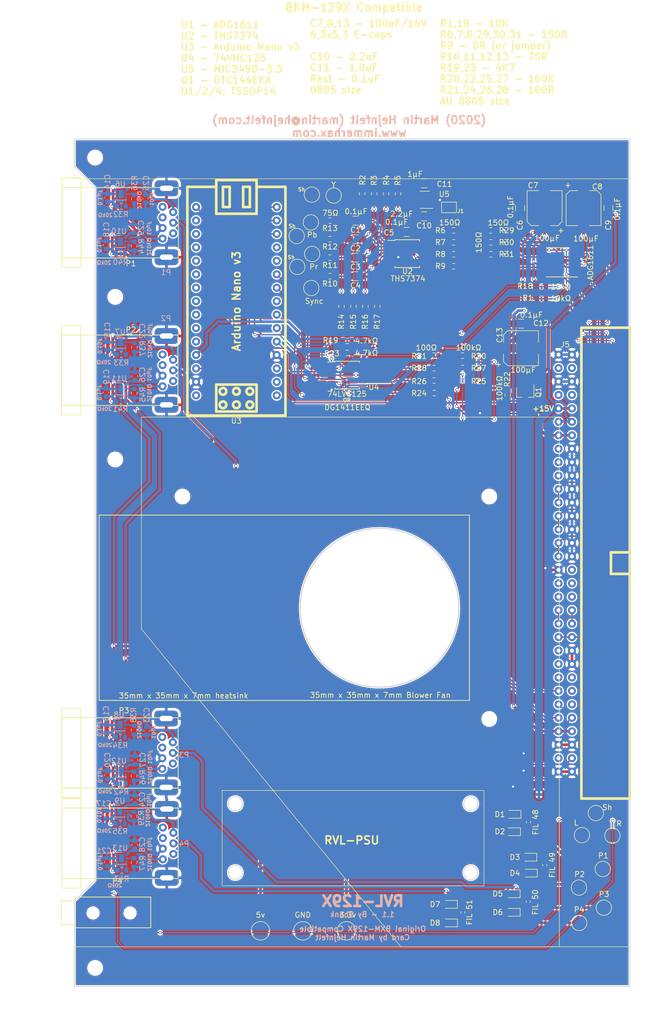
<source format=kicad_pcb>
(kicad_pcb (version 20211014) (generator pcbnew)
  (layers (0 "F.Cu" signal) (31 "B.Cu" signal) (34 "B.Paste" user) (35 "F.Paste" user) (36 "B.SilkS" user "B.Silkscreen") (37 "F.SilkS" user "F.Silkscreen") (38 "B.Mask" user) (39 "F.Mask" user) (44 "Edge.Cuts" user))
  (net 0 "")
  (net 1 "Net-(C1-Pad1)")
  (net 2 "Net-(C1-Pad2)")
  (net 3 "Net-(C2-Pad1)")
  (net 4 "Net-(C2-Pad2)")
  (net 5 "Net-(C3-Pad1)")
  (net 6 "Net-(C3-Pad2)")
  (net 7 "Net-(C4-Pad1)")
  (net 8 "Net-(C4-Pad2)")
  (net 9 "+3V3")
  (net 10 "VDD")
  (net 11 "VSS")
  (net 12 "/EXT_SYNC")
  (net 13 "/RESET")
  (net 14 "/MISO")
  (net 15 "/SCLK")
  (net 16 "/MOSI")
  (net 17 "/SLOT_ID")
  (net 18 "/~{MCU_RESET}")
  (net 19 "~{BX_OE}")
  (net 20 "Net-(R6-Pad2)")
  (net 21 "Net-(R7-Pad2)")
  (net 22 "Net-(R8-Pad2)")
  (net 23 "Net-(R9-Pad1)")
  (net 24 "Net-(R9-Pad2)")
  (net 25 "~{EXT_SYNC_OE}")
  (net 26 "Net-(R21-Pad1)")
  (net 27 "+5VD")
  (net 28 "Net-(R23-Pad1)")
  (net 29 "Net-(R24-Pad1)")
  (net 30 "Net-(R26-Pad1)")
  (net 31 "/MCU_SLOT_ID")
  (net 32 "Net-(U3-Pad13)")
  (net 33 "Net-(U3-Pad14)")
  (net 34 "/MCU_SCK")
  (net 35 "Net-(R29-Pad1)")
  (net 36 "Net-(R30-Pad1)")
  (net 37 "Net-(R31-Pad1)")
  (net 38 "5V-PSU")
  (net 39 "GND-PSU")
  (net 40 "3V3-PSU")
  (net 41 "5V-P2")
  (net 42 "5V-P1")
  (net 43 "GCC-P1")
  (net 44 "GCC-P2")
  (net 51 "3V3-P2")
  (net 52 "3V3-P1")
  (net 53 "Net-(R32-Pad1)")
  (net 54 "Net-(R33-Pad1)")
  (net 55 "Net-(R34-Pad1)")
  (net 56 "Net-(R35-Pad1)")
  (net 57 "Net-(R36-Pad1)")
  (net 58 "Net-(R37-Pad1)")
  (net 59 "Net-(R38-Pad1)")
  (net 60 "Net-(R39-Pad1)")
  (net 61 "Net-(R40-Pad1)")
  (net 62 "Net-(R41-Pad1)")
  (net 63 "Net-(R43-Pad1)")
  (net 64 "Net-(R44-Pad1)")
  (net 65 "Net-(R45-Pad1)")
  (net 66 "Net-(R46-Pad1)")
  (net 67 "Net-(R47-Pad1)")
  (net 68 "/P-R{slash}R")
  (net 69 "/Y{slash}G")
  (net 70 "/P-B{slash}B")
  (net 92 "unconnected-(U5-Pad1)")
  (net 93 "5V-P3")
  (net 94 "5V-P4")
  (net 95 "3V3-P3")
  (net 96 "3V3-P4")
  (net 97 "GCC-P3")
  (net 98 "GCC-P4")
  (net 105 "Net-(U12-Pad3)")
  (net 106 "GCC-P1-Pad")
  (net 107 "GCC-P2-Pad")
  (net 108 "GCC-P3-Pad")
  (net 109 "GCC-P4-Pad")
  (net 110 "Net-(TP16-Pad1)")
  (net 111 "Net-(TP17-Pad1)")
  (footprint "Capacitors_SMD:C_0805_HandSoldering" (layer "F.Cu") (at 119.2151 41.9106 180)
    (fp_text reference "C1")
    (fp_text value "0.1uF")
  )
  (footprint "Capacitors_SMD:C_0805_HandSoldering" (layer "F.Cu") (at 119.2151 45.4031 180)
    (fp_text reference "C2")
    (fp_text value "0.1uF")
  )
  (footprint "Capacitors_SMD:C_0805_HandSoldering" (layer "F.Cu") (at 119.2151 48.8956 180)
    (fp_text reference "C3")
    (fp_text value "0.1uF")
  )
  (footprint "Capacitors_SMD:C_0805_HandSoldering" (layer "F.Cu") (at 119.2151 52.3881 180)
    (fp_text reference "C4")
    (fp_text value "0.1uF")
  )
  (footprint "Capacitors_SMD:C_0805_HandSoldering" (layer "F.Cu") (at 128.88 44.03 180)
    (fp_text reference "C5")
    (fp_text value "0.1uF")
  )
  (footprint "Capacitors_SMD:C_0805_HandSoldering" (layer "F.Cu") (at 150.321 39.542 90)
    (fp_text reference "C6")
    (fp_text value "0.1uF")
  )
  (footprint "Capacitors_SMD:CP_Elec_6.3x5.3" (layer "F.Cu") (at 154.9565 39.542 90)
    (fp_text reference "C7")
    (fp_text value "100uF")
  )
  (footprint "Capacitors_SMD:CP_Elec_6.3x5.3" (layer "F.Cu") (at 162.3225 39.542 -90)
    (fp_text reference "C8")
    (fp_text value "100uF")
  )
  (footprint "Capacitors_SMD:C_0805_HandSoldering" (layer "F.Cu") (at 167.0215 39.542 90)
    (fp_text reference "C9")
    (fp_text value "0.1uF")
  )
  (footprint "Resistor_SMD:R_0603_1608Metric" (layer "F.Cu") (at 154.37 56.68 180)
    (fp_text reference "R1")
    (fp_text value "10K")
  )
  (footprint "Resistor_SMD:R_0603_1608Metric" (layer "F.Cu") (at 120.4724 36.8306 -90)
    (fp_text reference "R2")
    (fp_text value "R")
  )
  (footprint "Resistor_SMD:R_0603_1608Metric" (layer "F.Cu") (at 122.733 36.8306 -90)
    (fp_text reference "R3")
    (fp_text value "R")
  )
  (footprint "Resistor_SMD:R_0603_1608Metric" (layer "F.Cu") (at 124.9936 36.8306 -90)
    (fp_text reference "R4")
    (fp_text value "R")
  )
  (footprint "Resistor_SMD:R_0603_1608Metric" (layer "F.Cu") (at 127.2542 36.8306 -90)
    (fp_text reference "R5")
    (fp_text value "R")
  )
  (footprint "Resistor_SMD:R_0603_1608Metric" (layer "F.Cu") (at 137.7698 43.7394 180)
    (fp_text reference "R6")
    (fp_text value "150R")
  )
  (footprint "Resistor_SMD:R_0603_1608Metric" (layer "F.Cu") (at 137.77 46 180)
    (fp_text reference "R7")
    (fp_text value "150R")
  )
  (footprint "Resistor_SMD:R_0603_1608Metric" (layer "F.Cu") (at 137.7698 48.2606 180)
    (fp_text reference "R8")
    (fp_text value "150R")
  )
  (footprint "Resistor_SMD:R_0603_1608Metric" (layer "F.Cu") (at 137.7698 50.5212 180)
    (fp_text reference "R9")
    (fp_text value "0R")
  )
  (footprint "Resistor_SMD:R_0603_1608Metric" (layer "F.Cu") (at 114.3891 52.3881 180)
    (fp_text reference "R10")
    (fp_text value "75R")
  )
  (footprint "Resistor_SMD:R_0603_1608Metric" (layer "F.Cu") (at 114.3891 48.8956 180)
    (fp_text reference "R11")
    (fp_text value "75R")
  )
  (footprint "Resistor_SMD:R_0603_1608Metric" (layer "F.Cu") (at 114.3891 45.4031 180)
    (fp_text reference "R12")
    (fp_text value "75R")
  )
  (footprint "Resistor_SMD:R_0603_1608Metric" (layer "F.Cu") (at 114.3891 41.9106 180)
    (fp_text reference "R13")
    (fp_text value "75R")
  )
  (footprint "Resistor_SMD:R_0603_1608Metric" (layer "F.Cu") (at 116.5608 58.0904 -90)
    (fp_text reference "R14")
    (fp_text value "R")
  )
  (footprint "Resistor_SMD:R_0603_1608Metric" (layer "F.Cu") (at 118.8214 58.0904 -90)
    (fp_text reference "R15")
    (fp_text value "R")
  )
  (footprint "Resistor_SMD:R_0603_1608Metric" (layer "F.Cu") (at 121.082 58.0904 -90)
    (fp_text reference "R16")
    (fp_text value "R")
  )
  (footprint "Resistor_SMD:R_0603_1608Metric" (layer "F.Cu") (at 123.3426 58.0904 -90)
    (fp_text reference "R17")
    (fp_text value "R")
  )
  (footprint "Resistor_SMD:R_0603_1608Metric" (layer "F.Cu") (at 154.39 54.35)
    (fp_text reference "R18")
    (fp_text value "10K")
  )
  (footprint "Resistor_SMD:R_0603_1608Metric" (layer "F.Cu") (at 139.451 67.397)
    (fp_text reference "R20")
    (fp_text value "100K")
  )
  (footprint "Resistor_SMD:R_0603_1608Metric" (layer "F.Cu") (at 134.0662 67.397)
    (fp_text reference "R21")
    (fp_text value "100R")
  )
  (footprint "Resistor_SMD:R_0603_1608Metric" (layer "F.Cu") (at 148 74.85 -90)
    (fp_text reference "R22")
    (fp_text value "100K")
  )
  (footprint "Resistor_SMD:R_0603_1608Metric" (layer "F.Cu") (at 117.6578 66.889)
    (fp_text reference "R23")
    (fp_text value "4K7")
  )
  (footprint "Resistor_SMD:R_0603_1608Metric" (layer "F.Cu") (at 134.0916 74.4582)
    (fp_text reference "R24")
    (fp_text value "100R")
  )
  (footprint "Resistor_SMD:R_0603_1608Metric" (layer "F.Cu") (at 139.451 72.096)
    (fp_text reference "R25")
    (fp_text value "100K")
  )
  (footprint "Resistor_SMD:R_0603_1608Metric" (layer "F.Cu") (at 134.0662 72.096)
    (fp_text reference "R26")
    (fp_text value "100R")
  )
  (footprint "Resistor_SMD:R_0603_1608Metric" (layer "F.Cu") (at 139.451 69.7592)
    (fp_text reference "R27")
    (fp_text value "100K")
  )
  (footprint "Resistor_SMD:R_0603_1608Metric" (layer "F.Cu") (at 134.0662 69.7592)
    (fp_text reference "R28")
    (fp_text value "100R")
  )
  (footprint "Housings_SSOP:TSSOP-16_4.4x5mm_Pitch0.65mm" (layer "F.Cu") (at 157.47 49.74 180)
    (fp_text reference "U1")
    (fp_text value "ADG1611")
  )
  (footprint "arduino-nano-v3:arduino-nano-v3" (layer "F.Cu") (at 96.7 57.115 180)
    (fp_text reference "U3")
    (fp_text value "arduino-nano-v3")
  )
  (footprint "Housings_SSOP:TSSOP-14_4.4x5mm_Pitch0.65mm" (layer "F.Cu") (at 128.9941 48.1336)
    (fp_text reference "U2")
    (fp_text value "THS7374")
  )
  (footprint "Housings_SSOP:TSSOP-14_4.4x5mm_Pitch0.65mm" (layer "F.Cu") (at 117.6324 71.08)
    (fp_text reference "U4")
    (fp_text value "74LVC125")
  )
  (footprint "Capacitors_SMD:C_0805_HandSoldering" (layer "F.Cu") (at 132.1818 41.0978)
    (fp_text reference "C10")
    (fp_text value "2.2uF")
  )
  (footprint "Capacitors_SMD:C_0805_HandSoldering" (layer "F.Cu") (at 132.1818 34.8494 180)
    (fp_text reference "C11")
    (fp_text value "1uF")
  )
  (footprint "TO_SOT_Packages_SMD:SOT-23-5_HandSoldering" (layer "F.Cu") (at 132.3088 37.9736 180)
    (fp_text reference "U5")
    (fp_text value "MIC3490-3.3")
  )
  (footprint "Capacitors_SMD:C_0805_HandSoldering" (layer "F.Cu") (at 150.5 61.3518)
    (fp_text reference "C12")
    (fp_text value "0.1uF")
  )
  (footprint "Capacitors_SMD:CP_Elec_6.3x5.3" (layer "F.Cu") (at 150.5 66)
    (fp_text reference "C13")
    (fp_text value "100uF")
  )
  (footprint "Resistor_SMD:R_0603_1608Metric" (layer "F.Cu") (at 117.6578 64.603)
    (fp_text reference "R19")
    (fp_text value "4K7")
  )
  (footprint "Resistor_SMD:R_0603_1608Metric" (layer "F.Cu") (at 144.7726 43.7416)
    (fp_text reference "R29")
    (fp_text value "150R")
  )
  (footprint "Resistor_SMD:R_0603_1608Metric" (layer "F.Cu") (at 144.7926 46.0016)
    (fp_text reference "R30")
    (fp_text value "150R")
  )
  (footprint "Resistor_SMD:R_0603_1608Metric" (layer "F.Cu") (at 144.7826 48.2616)
    (fp_text reference "R31")
    (fp_text value "150R")
  )
  (footprint "Resistor_SMD:R_0402_1005Metric" (layer "F.Cu") (at 151.85125 170.5 90)
    (fp_text reference "R50" hide)
    (fp_text value "R")
  )
  (footprint "din-41612-64p-ra:DIN-41612-64P" (layer "F.Cu") (at 158.865 106.57)
    (fp_text reference "J5")
    (fp_text value "Conn_02x32_Row_Letter_Last")
  )
  (footprint "TestPoint:TestPoint_Pad_D2.5mm" (layer "F.Cu") (at 162.02 157.93)
    (fp_text reference "TP16" hide)
    (fp_text value "TestPoint")
  )
  (footprint "All of it:GCC Ports" (layer "F.Cu") (at 83.6875 142.41 -90)
    (fp_text reference "CN2" hide)
    (fp_text value "GC_Ports")
  )
  (footprint "TestPoint:TestPoint_Pad_D2.5mm" (layer "F.Cu") (at 161.46 167.83)
    (fp_text reference "TP5" hide)
    (fp_text value "TestPoint")
  )
  (footprint "MountingHole:MountingHole_2.5mm" (layer "F.Cu") (at 70 183)
    (fp_text reference "REF**" hide)
    (fp_text value "MountingHole_2.5mm")
  )
  (footprint "Diode_SMD:D_0603_1608Metric" (layer "F.Cu") (at 148.91 157.29 180)
    (fp_text reference "D2")
    (fp_text value "D")
  )
  (footprint "MountingHole:MountingHole_2.5mm" (layer "F.Cu") (at 144.5 136)
    (fp_text reference "REF**" hide)
    (fp_text value "MountingHole_2.5mm")
  )
  (footprint "TestPoint:TestPoint_Pad_D3.0mm" (layer "F.Cu") (at 117.5 176)
    (fp_text reference "TP1" hide)
    (fp_text value "TestPoint")
  )
  (footprint "TestPoint:TestPoint_Pad_D2.5mm" (layer "F.Cu") (at 108.09 44.81)
    (fp_text reference "TP11" hide)
    (fp_text value "TestPoint")
  )
  (footprint "Resistor_SMD:R_0402_1005Metric" (layer "F.Cu") (at 139.5 172.5 90)
    (fp_text reference "R51" hide)
    (fp_text value "R")
  )
  (footprint "Resistor_SMD:R_0402_1005Metric" (layer "F.Cu") (at 151.91 155.5 90)
    (fp_text reference "R48" hide)
    (fp_text value "R")
  )
  (footprint "TestPoint:TestPoint_Pad_D2.5mm" (layer "F.Cu") (at 115.09 37.17)
    (fp_text reference "TP12" hide)
    (fp_text value "TestPoint")
  )
  (footprint "TestPoint:TestPoint_Pad_D2.5mm" (layer "F.Cu") (at 111.02 48.2)
    (fp_text reference "TP14" hide)
    (fp_text value "TestPoint")
  )
  (footprint "TestPoint:TestPoint_Pad_D2.5mm" (layer "F.Cu") (at 110.78 42.24)
    (fp_text reference "TP13" hide)
    (fp_text value "TestPoint")
  )
  (footprint "TestPoint:TestPoint_Pad_D3.0mm" (layer "F.Cu") (at 101.25 176)
    (fp_text reference "TP2" hide)
    (fp_text value "TestPoint")
  )
  (footprint "MountingHole:MountingHole_2.5mm" (layer "F.Cu") (at 73.8 87)
    (fp_text reference "REF**" hide)
    (fp_text value "MountingHole_2.5mm")
  )
  (footprint "TestPoint:TestPoint_Pad_D2.5mm" (layer "F.Cu") (at 110.85 54.63)
    (fp_text reference "TP15" hide)
    (fp_text value "TestPoint")
  )
  (footprint "TestPoint:TestPoint_Pad_D2.5mm" (layer "F.Cu") (at 167.78 158.03)
    (fp_text reference "TP17" hide)
    (fp_text value "TestPoint")
  )
  (footprint "" (layer "F.Cu") (at 153.9 150.3)
    (fp_text reference "")
    (fp_text value "")
  )
  (footprint "TestPoint:TestPoint_Pad_D2.5mm" (layer "F.Cu") (at 164.65 153.76)
    (fp_text reference "TP8" hide)
    (fp_text value "TestPoint")
  )
  (footprint "Diode_SMD:D_0603_1608Metric" (layer "F.Cu") (at 137 171 180)
    (fp_text reference "D7")
    (fp_text value "D")
  )
  (footprint "MountingHole:MountingHole_2.5mm" (layer "F.Cu") (at 144.5 94)
    (fp_text reference "REF**" hide)
    (fp_text value "MountingHole_2.5mm")
  )
  (footprint "Diode_SMD:D_0603_1608Metric" (layer "F.Cu") (at 137 174.5 180)
    (fp_text reference "D8")
    (fp_text value "D")
  )
  (footprint "TestPoint:TestPoint_Pad_D3.0mm" (layer "F.Cu") (at 109.25 176)
    (fp_text reference "TP3" hide)
    (fp_text value "TestPoint")
  )
  (footprint "MountingHole:MountingHole_2.5mm" (layer "F.Cu") (at 86.5 94)
    (fp_text reference "REF**" hide)
    (fp_text value "MountingHole_2.5mm")
  )
  (footprint "TestPoint:TestPoint_Pad_D2.5mm" (layer "F.Cu") (at 110.96 37)
    (fp_text reference "TP10" hide)
    (fp_text value "TestPoint")
  )
  (footprint "Diode_SMD:D_0603_1608Metric" (layer "F.Cu") (at 152 162.095 180)
    (fp_text reference "D3")
    (fp_text value "D")
  )
  (footprint "All of it:GCC Ports" (layer "F.Cu") (at 83.74 42.3 -90)
    (fp_text reference "CN1" hide)
    (fp_text value "GC_Ports")
  )
  (footprint "Diode_SMD:D_0603_1608Metric" (layer "F.Cu") (at 152.09 165.095 180)
    (fp_text reference "D4")
    (fp_text value "D")
  )
  (footprint "Diode_SMD:D_0603_1608Metric" (layer "F.Cu") (at 148.85125 169 180)
    (fp_text reference "D5")
    (fp_text value "D")
  )
  (footprint "TestPoint:TestPoint_Pad_D2.5mm" (layer "F.Cu") (at 166.15 171.63)
    (fp_text reference "TP6" hide)
    (fp_text value "TestPoint")
  )
  (footprint "TestPoint:TestPoint_Pad_D2.5mm" (layer "F.Cu") (at 108.21 50.63)
    (fp_text reference "TP9" hide)
    (fp_text value "TestPoint")
  )
  (footprint "TestPoint:TestPoint_Pad_D2.5mm" (layer "F.Cu") (at 161.5 174.5)
    (fp_text reference "TP7" hide)
    (fp_text value "TestPoint")
  )
  (footprint "All of it:HPJack" (layer "F.Cu") (at 66.1 177.725)
    (fp_text reference "U14" hide)
    (fp_text value "PWP2_HeadphoneJackWithSwitch" hide)
  )
  (footprint "Diode_SMD:D_0603_1608Metric" (layer "F.Cu") (at 149 154 180)
    (fp_text reference "D1")
    (fp_text value "D")
  )
  (footprint "Diode_SMD:D_0603_1608Metric" (layer "F.Cu") (at 148.85125 172.5 180)
    (fp_text reference "D6")
    (fp_text value "D")
  )
  (footprint "Jumper:SolderJumper-2_P1.3mm_Open_Pad1.0x1.5mm" (layer "F.Cu") (at 136.9 39.4)
    (fp_text reference "J1")
    (fp_text value "SolderJumper-2_P1.3mm_Open_Pad1.0x1.5mm")
  )
  (footprint "Resistor_SMD:R_0402_1005Metric" (layer "F.Cu") (at 155 163.595 90)
    (fp_text reference "R49" hide)
    (fp_text value "R")
  )
  (footprint "Package_TO_SOT_SMD:SC-59_Handsoldering" (layer "F.Cu") (at 151.3 74.31 -90)
    (fp_text reference "Q1")
    (fp_text value "DTC144EKA")
  )
  (footprint "TestPoint:TestPoint_Pad_D2.5mm" (layer "F.Cu") (at 165.96 164.32)
    (fp_text reference "TP4" hide)
    (fp_text value "TestPoint")
  )
  (footprint "MountingHole:MountingHole_2.5mm" (layer "F.Cu") (at 73.8 56.3)
    (fp_text reference "REF**" hide)
    (fp_text value "MountingHole_2.5mm")
  )
  (footprint "MountingHole:MountingHole_2.5mm" (layer "F.Cu") (at 70 30)
    (fp_text reference "REF**" hide)
    (fp_text value "MountingHole_2.5mm")
  )
  (footprint "Capacitor_SMD:C_0603_1608Metric" (layer "B.Cu") (at 72.0825 46.52 90)
    (fp_text reference "C18")
    (fp_text value "C")
  )
  (footprint "Resistor_SMD:R_0603_1608Metric" (layer "B.Cu") (at 77.3775 74.52 -90)
    (fp_text reference "R45")
    (fp_text value "R")
  )
  (footprint "Resistor_SMD:R_0603_1608Metric" (layer "B.Cu") (at 74.93375 148.22 180)
    (fp_text reference "R42")
    (fp_text value "R")
  )
  (footprint "Capacitor_SMD:C_0603_1608Metric" (layer "B.Cu") (at 71.98875 154.08 90)
    (fp_text reference "C17")
    (fp_text value "C")
  )
  (footprint "Capacitor_SMD:C_0603_1608Metric" (layer "B.Cu") (at 77.5 143.75 90)
    (fp_text reference "C27")
    (fp_text value "C")
  )
  (footprint "Capacitor_SMD:C_0603_1608Metric" (layer "B.Cu") (at 77.47 159.725 90)
    (fp_text reference "C28")
    (fp_text value "C")
  )
  (footprint "Resistor_SMD:R_0603_1608Metric" (layer "B.Cu") (at 74.75875 155.78 180)
    (fp_text reference "R35")
    (fp_text value "R")
  )
  (footprint "Package_SON:WSON-6-1EP_2x2mm_P0.65mm_EP1x1.6mm" (layer "B.Cu") (at 74.8325 64.87 180)
    (fp_text reference "U7")
    (fp_text value "TPS25221")
  )
  (footprint "Capacitor_SMD:C_0603_1608Metric" (layer "B.Cu") (at 79.5 37.75 -90)
    (fp_text reference "C25")
    (fp_text value "C")
  )
  (footprint "Resistor_SMD:R_0603_1608Metric" (layer "B.Cu") (at 74.935 39.2 180)
    (fp_text reference "R32")
    (fp_text value "R")
  )
  (footprint "Package_SON:WSON-6-1EP_2x2mm_P0.65mm_EP1x1.6mm" (layer "B.Cu") (at 74.65875 153.39 180)
    (fp_text reference "U9")
    (fp_text value "TPS25221")
  )
  (footprint "Package_SON:WSON-6-1EP_2x2mm_P0.65mm_EP1x1.6mm" (layer "B.Cu") (at 74.9825 162.3 180)
    (fp_text reference "U13")
    (fp_text value "TPS25221")
  )
  (footprint "Capacitor_SMD:C_0603_1608Metric" (layer "B.Cu") (at 72.2825 163.02 90)
    (fp_text reference "C21")
    (fp_text value "C")
  )
  (footprint "Package_SON:WSON-6-1EP_2x2mm_P0.65mm_EP1x1.6mm" (layer "B.Cu") (at 74.905 36.89 180)
    (fp_text reference "U6")
    (fp_text value "TPS25221")
  )
  (footprint "Resistor_SMD:R_0603_1608Metric" (layer "B.Cu") (at 75.0425 164.59 180)
    (fp_text reference "R43")
    (fp_text value "R")
  )
  (footprint "Resistor_SMD:R_0603_1608Metric" (layer "B.Cu") (at 77.34375 138.085 -90)
    (fp_text reference "R38")
    (fp_text value "R")
  )
  (footprint "Resistor_SMD:R_0603_1608Metric" (layer "B.Cu") (at 74.77375 139.445 180)
    (fp_text reference "R34")
    (fp_text value "R")
  )
  (footprint "Resistor_SMD:R_0603_1608Metric" (layer "B.Cu") (at 74.8475 75.97 180)
    (fp_text reference "R41")
    (fp_text value "R")
  )
  (footprint "Resistor_SMD:R_0603_1608Metric" (layer "B.Cu") (at 74.9425 67.2 180)
    (fp_text reference "R33")
    (fp_text value "R")
  )
  (footprint "Capacitor_SMD:C_0603_1608Metric" (layer "B.Cu") (at 77.47 151.2 90)
    (fp_text reference "C24")
    (fp_text value "C")
  )
  (footprint "Resistor_SMD:R_0603_1608Metric" (layer "B.Cu") (at 77.4225 65.83 -90)
    (fp_text reference "R37")
    (fp_text value "R")
  )
  (footprint "Capacitor_SMD:C_0603_1608Metric" (layer "B.Cu") (at 77.5 71.25 90)
    (fp_text reference "C26")
    (fp_text value "C")
  )
  (footprint "Capacitor_SMD:C_0603_1608Metric" (layer "B.Cu") (at 77.5 62.75 90)
    (fp_text reference "C22")
    (fp_text value "C")
  )
  (footprint "Package_SON:WSON-6-1EP_2x2mm_P0.65mm_EP1x1.6mm" (layer "B.Cu") (at 74.69375 137.125 180)
    (fp_text reference "U8")
    (fp_text value "TPS25221")
  )
  (footprint "Capacitor_SMD:C_0603_1608Metric" (layer "B.Cu") (at 72.1625 65.54 90)
    (fp_text reference "C15")
    (fp_text value "C")
  )
  (footprint "Capacitor_SMD:C_0603_1608Metric" (layer "B.Cu") (at 72.31375 146.56 90)
    (fp_text reference "C20")
    (fp_text value "C")
  )
  (footprint "Resistor_SMD:R_0603_1608Metric" (layer "B.Cu") (at 77.31875 154.36 -90)
    (fp_text reference "R39")
    (fp_text value "R")
  )
  (footprint "Package_SON:WSON-6-1EP_2x2mm_P0.65mm_EP1x1.6mm" (layer "B.Cu") (at 74.90375 145.86 180)
    (fp_text reference "U12")
    (fp_text value "TPS25221")
  )
  (footprint "Resistor_SMD:R_0603_1608Metric" (layer "B.Cu") (at 77.415 37.82 -90)
    (fp_text reference "R36")
    (fp_text value "R")
  )
  (footprint "Capacitor_SMD:C_0603_1608Metric" (layer "B.Cu") (at 72.355 37.57 90)
    (fp_text reference "C14")
    (fp_text value "C")
  )
  (footprint "Capacitor_SMD:C_0603_1608Metric" (layer "B.Cu") (at 77.25 43.4 90)
    (fp_text reference "C29")
    (fp_text value "C")
  )
  (footprint "Resistor_SMD:R_0603_1608Metric" (layer "B.Cu") (at 77.3525 163.09 -90)
    (fp_text reference "R47")
    (fp_text value "R")
  )
  (footprint "Capacitor_SMD:C_0603_1608Metric" (layer "B.Cu") (at 72.0375 74.35 90)
    (fp_text reference "C19")
    (fp_text value "C")
  )
  (footprint "Resistor_SMD:R_0603_1608Metric" (layer "B.Cu") (at 74.8025 48.15 180)
    (fp_text reference "R40")
    (fp_text value "R")
  )
  (footprint "Capacitor_SMD:C_0603_1608Metric" (layer "B.Cu") (at 79.75 138.25 -90)
    (fp_text reference "C23")
    (fp_text value "C")
  )
  (footprint "Resistor_SMD:R_0603_1608Metric" (layer "B.Cu") (at 77.3625 46.71 -90)
    (fp_text reference "R44")
    (fp_text value "R")
  )
  (footprint "Package_SON:WSON-6-1EP_2x2mm_P0.65mm_EP1x1.6mm" (layer "B.Cu") (at 74.8275 73.66 180)
    (fp_text reference "U11")
    (fp_text value "TPS25221")
  )
  (footprint "Capacitor_SMD:C_0603_1608Metric" (layer "B.Cu") (at 72.04375 137.845 90)
    (fp_text reference "C16")
    (fp_text value "C")
  )
  (footprint "Package_SON:WSON-6-1EP_2x2mm_P0.65mm_EP1x1.6mm" (layer "B.Cu") (at 74.7525 45.83 180)
    (fp_text reference "U10")
    (fp_text value "TPS25221")
  )
  (footprint "Resistor_SMD:R_0603_1608Metric" (layer "B.Cu") (at 77.35375 146.77 -90)
    (fp_text reference "R46")
    (fp_text value "R")
  )
  (gr_line (start 78.75 79) (end 157.75 79) (layer "F.SilkS") (width 0.1))
  (gr_rect (start 63.74 50.75) (end 67.34 33.85) (layer "F.SilkS") (width 0.15) (fill none))
  (gr_rect (start 66 186.5) (end 171 179) (layer "F.SilkS") (width 0.1) (fill none))
  (gr_line (start 157.75 179) (end 127.75 179) (layer "F.SilkS") (width 0.1))
  (gr_rect (start 70.75 97.5) (end 140.75 132.5) (layer "F.SilkS") (width 0.15) (fill none))
  (gr_rect (start 63.64 78.6) (end 67.24 61.7) (layer "F.SilkS") (width 0.15) (fill none))
  (gr_line (start 78.75 119) (end 127.75 179) (layer "F.SilkS") (width 0.1))
  (gr_rect (start 143.5 167.5) (end 94 149.5) (layer "F.SilkS") (width 0.1) (fill none))
  (gr_line (start 157.75 179) (end 157.75 79) (layer "F.SilkS") (width 0.1))
  (gr_line (start 78.75 119) (end 78.75 79) (layer "F.SilkS") (width 0.1))
  (gr_rect (start 66 26.5) (end 171 34) (layer "F.SilkS") (width 0.1) (fill none))
  (gr_line (start 70 26.5) (end 66.1 26.5) (layer "Edge.Cuts") (width 0.15))
  (gr_line (start 70 35.65) (end 70 165.7) (layer "Edge.Cuts") (width 0.15))
  (gr_circle (center 141 165) (end 139.75 164.5) (layer "Edge.Cuts") (width 0.15) (fill none))
  (gr_line (start 70 35.65) (end 66.1 31.75) (layer "Edge.Cuts") (width 0.15))
  (gr_circle (center 96.5 152) (end 95.25 151.5) (layer "Edge.Cuts") (width 0.15) (fill none))
  (gr_line (start 70 26.5) (end 171.0693 26.4895) (layer "Edge.Cuts") (width 0.15))
  (gr_line (start 70 165.7) (end 70 166.5) (layer "Edge.Cuts") (width 0.15))
  (gr_circle (center 141 152) (end 139.75 151.5) (layer "Edge.Cuts") (width 0.15) (fill none))
  (gr_circle (center 123.75 115) (end 138.75 115) (layer "Edge.Cuts") (width 0.2) (fill none))
  (gr_circle (center 96.5 165) (end 95.25 164.5) (layer "Edge.Cuts") (width 0.15) (fill none))
  (gr_line (start 171.0693 26.4895) (end 171.0693 186.4895) (layer "Edge.Cuts") (width 0.15))
  (gr_line (start 171.0693 186.4895) (end 66.1 186.4895) (layer "Edge.Cuts") (width 0.15))
  (gr_line (start 66.1 31.75) (end 66.1 26.5) (layer "Edge.Cuts") (width 0.15))
  (gr_line (start 66.1 170.4) (end 66.1 186.4895) (layer "Edge.Cuts") (width 0.15))
  (gr_line (start 70 166.5) (end 66.1 170.4) (layer "Edge.Cuts") (width 0.15))
  (gr_text "20kΩ" (at 71.87 149.68) (layer "B.SilkS") (effects (font (size 0.7 0.7)) (justify mirror)))
  (gr_text "0.1µF" (at 70.75 46.44 270) (layer "B.SilkS") (effects (font (size 0.7 0.7)) (justify mirror)))
  (gr_text "Original BXM-129X Compatible\nCard by Martin Hejnfelt" (at 120.57 176.44) (layer "B.SilkS") (effects (font (size 1 1) (thickness 0.2)) (justify mirror)))
  (gr_text "20kΩ" (at 71.63 68.65) (layer "B.SilkS") (effects (font (size 0.7 0.7)) (justify mirror)))
  (gr_text "10µF" (at 80.18 43.32 -90) (layer "B.SilkS") (effects (font (size 0.7 0.7)) (justify mirror)))
  (gr_text "210kΩ" (at 78.32 138.04 270) (layer "B.SilkS") (effects (font (size 0.7 0.7)) (justify mirror)))
  (gr_text "20kΩ" (at 71.88 140.92) (layer "B.SilkS") (effects (font (size 0.7 0.7)) (justify mirror)))
  (gr_text "(2020) Martin Hejnfelt (martin@hejnfelt.com)\nwww.immerhax.com" (at 118.0222 24.0986) (layer "B.SilkS") (effects (font (size 1.5 1.5) (thickness 0.3)) (justify mirror)))
  (gr_text "10µF" (at 80.26 70.92 -90) (layer "B.SilkS") (effects (font (size 0.7 0.7)) (justify mirror)))
  (gr_text "0.1µF" (at 70.9 163.07 -90) (layer "B.SilkS") (effects (font (size 0.7 0.7)) (justify mirror)))
  (gr_text "0.1µF" (at 70.9 37.54 -90) (layer "B.SilkS") (effects (font (size 0.7 0.7)) (justify mirror)))
  (gr_text "0.1µF" (at 70.86 65.54 -90) (layer "B.SilkS") (effects (font (size 0.7 0.7)) (justify mirror)))
  (gr_text "210kΩ" (at 80.24 74.42 -90) (layer "B.SilkS") (effects (font (size 0.7 0.7)) (justify mirror)))
  (gr_text "0.1µF" (at 70.94 146.57 -90) (layer "B.SilkS") (effects (font (size 0.7 0.7)) (justify mirror)))
  (gr_text "210kΩ" (at 80.35 66.1 -90) (layer "B.SilkS") (effects (font (size 0.7 0.7)) (justify mirror)))
  (gr_text "210kΩ" (at 80.16 46.82 -90) (layer "B.SilkS") (effects (font (size 0.7 0.7)) (justify mirror)))
  (gr_text "10µF" (at 81.05 138.37 -90) (layer "B.SilkS") (effects (font (size 0.7 0.7)) (justify mirror)))
  (gr_text "P3" (at 86.8 142.8) (layer "B.SilkS") (effects (font (size 1 1)) (justify mirror)))
  (gr_text "P1" (at 83.38 51.69) (layer "B.SilkS") (effects (font (size 1 1)) (justify mirror)))
  (gr_text "0.1µF" (at 70.76 74.35 -90) (layer "B.SilkS") (effects (font (size 0.7 0.7)) (justify mirror)))
  (gr_text "0.1µF" (at 70.74 137.82 -90) (layer "B.SilkS") (effects (font (size 0.7 0.7)) (justify mirror)))
  (gr_text "0.1µF" (at 70.75 154.14 -90) (layer "B.SilkS") (effects (font (size 0.7 0.7)) (justify mirror)))
  (gr_text "10µF" (at 80.72 37.76 -90) (layer "B.SilkS") (effects (font (size 0.7 0.7)) (justify mirror)))
  (gr_text "20kΩ" (at 71.7 157.11) (layer "B.SilkS") (effects (font (size 0.7 0.7)) (justify mirror)))
  (gr_text "210kΩ" (at 80.36 146.64 -90) (layer "B.SilkS") (effects (font (size 0.7 0.7)) (justify mirror)))
  (gr_text "20kΩ" (at 71.67 49.86) (layer "B.SilkS") (effects (font (size 0.7 0.7)) (justify mirror)))
  (gr_text "10µF" (at 80.32 159.58 -90) (layer "B.SilkS") (effects (font (size 0.7 0.7)) (justify mirror)))
  (gr_text "210kΩ" (at 80.3 163.08 -90) (layer "B.SilkS") (effects (font (size 0.7 0.7)) (justify mirror)))
  (gr_text "20kΩ" (at 71.92 40.87) (layer "B.SilkS") (effects (font (size 0.7 0.7)) (justify mirror)))
  (gr_text "20kΩ" (at 73.72 167.43) (layer "B.SilkS") (effects (font (size 0.7 0.7)) (justify mirror)))
  (gr_text "10µF" (at 80.37 62.6 -90) (layer "B.SilkS") (effects (font (size 0.7 0.7)) (justify mirror)))
  (gr_text "20kΩ" (at 71.75 77.46) (layer "B.SilkS") (effects (font (size 0.7 0.7)) (justify mirror)))
  (gr_text "RVL-129X" (at 120.58 170.4) (layer "B.SilkS") (effects (font (size 2 2) (thickness 0.5)) (justify mirror)))
  (gr_text "P4" (at 86.8 159.6) (layer "B.SilkS") (effects (font (size 1 1)) (justify mirror)))
  (gr_text "1.1 - By Shank" (at 120.48 172.89) (layer "B.SilkS") (effects (font (size 1 1) (thickness 0.2)) (justify mirror)))
  (gr_text "10µF" (at 80.38 143.14 -90) (layer "B.SilkS") (effects (font (size 0.7 0.7)) (justify mirror)))
  (gr_text "210kΩ" (at 78.33 38 -90) (layer "B.SilkS") (effects (font (size 0.7 0.7)) (justify mirror)))
  (gr_text "210kΩ" (at 79.93 154.68 -90) (layer "B.SilkS") (effects (font (size 0.7 0.7)) (justify mirror)))
  (gr_text "P2" (at 83.38 60.36) (layer "B.SilkS") (effects (font (size 1 1)) (justify mirror)))
  (gr_text "10µF" (at 80.19 151.21 -90) (layer "B.SilkS") (effects (font (size 0.7 0.7)) (justify mirror)))
  (gr_text "R1,18 - 10K\nR6,7,8,29,30,31 - 150R\nR9 - 0R (or jumper)\nR10,11,12,13 - 75R\nR19,23 - 4K7\nR20,22,25,27 - 100K\nR21,24,26,28 - 100R\nAll 0805 size" (at 135 12) (layer "F.SilkS") (effects (font (size 1.3 1.3) (thickness 0.25)) (justify left)))
  (gr_text "Pb" (at 111.02 44.57) (layer "F.SilkS") (effects (font (size 1 1))))
  (gr_text "0.1µF" (at 152.46 59.7) (layer "F.SilkS") (effects (font (size 1 1))))
  (gr_text "150Ω" (at 137.02 42.275) (layer "F.SilkS") (effects (font (size 1 1))))
  (gr_text "0.1µF" (at 168.72 39.74 90) (layer "F.SilkS") (effects (font (size 1 1))))
  (gr_text "4.7kΩ" (at 121.3 64.6) (layer "F.SilkS") (effects (font (size 1 1))))
  (gr_text "35mm x 35mm x 7mm heatsink" (at 86.7 131.6) (layer "F.SilkS") (effects (font (size 1 1))))
  (gr_text "Sh" (at 166.81 152.69) (layer "F.SilkS") (effects (font (size 1 1))))
  (gr_text "Sh" (at 109.01 36.02) (layer "F.SilkS") (effects (font (size 0.7 0.7))))
  (gr_text "BKM-129X Compatible" (at 118.9345 1.6495) (layer "F.SilkS") (effects (font (size 1.5 1.5) (thickness 0.3))))
  (gr_text "Pr" (at 111.32 50.6) (layer "F.SilkS") (effects (font (size 1 1))))
  (gr_text "10kΩ" (at 158.02 56.6) (layer "F.SilkS") (effects (font (size 1 1))))
  (gr_text "P3" (at 166.2 169.08) (layer "F.SilkS") (effects (font (size 1 1))))
  (gr_text "4.7kΩ" (at 121.3 66.9) (layer "F.SilkS") (effects (font (size 1 1))))
  (gr_text "C7,8,13 - 100uF/16V\n6,3x5,3 E-caps\n\nC10 - 2.2uF\nC11 - 1.0uF\nRest - 0.1uF\n0805 size\n" (at 110.4509 10.9459) (layer "F.SilkS") (effects (font (size 1.3 1.3) (thickness 0.25)) (justify left)))
  (gr_text "0.1µF" (at 148.5 39.31 90) (layer "F.SilkS") (effects (font (size 1 1))))
  (gr_text "P1" (at 166.06 161.81) (layer "F.SilkS") (effects (font (size 1 1))))
  (gr_text "RVL-PSU" (at 118.5 158.9) (layer "F.SilkS") (effects (font (size 1.5 1.5) (thickness 0.3))))
  (gr_text "150Ω" (at 146.22 42.3) (layer "F.SilkS") (effects (font (size 1 1))))
  (gr_text "1µF" (at 130.46 33.12) (layer "F.SilkS") (effects (font (size 1 1))))
  (gr_text "FIL 50" (at 153.2 170.6 90) (layer "F.SilkS") (effects (font (size 1 1))))
  (gr_text "+15V" (at 154.7 77.4) (layer "F.SilkS") (effects (font (size 1 1) (thickness 0.2))))
  (gr_text "0.1µF" (at 119.3 40.17) (layer "F.SilkS") (effects (font (size 1 1))))
  (gr_text "10kΩ" (at 158.02 54.4) (layer "F.SilkS") (effects (font (size 1 1))))
  (gr_text "FIL 51" (at 140.75 172.5 90) (layer "F.SilkS") (effects (font (size 1 1))))
  (gr_text "L" (at 160.92 155.62) (layer "F.SilkS") (effects (font (size 1 1))))
  (gr_text "Sync" (at 111.4 57.1) (layer "F.SilkS") (effects (font (size 1 1))))
  (gr_text "P4" (at 161.5 172) (layer "F.SilkS") (effects (font (size 1 1))))
  (gr_text "Sh" (at 107.06 48.83) (layer "F.SilkS") (effects (font (size 0.7 0.7))))
  (gr_text "U1 - ADG1611\nU2 - THS7374\nU3 - Arduino Nano v3\nU4 - 74VHC125\nU5 - MIC3490-3.3\nQ1 - DTC144EKA\nU1/2/4: TSSOP14" (at 86.0161 11.1999) (layer "F.SilkS") (effects (font (size 1.3 1.3) (thickness 0.25)) (justify left)))
  (gr_text "5v" (at 101.25 173) (layer "F.SilkS") (effects (font (size 1 1))))
  (gr_text "P3" (at 75.45 134.4) (layer "F.SilkS") (effects (font (size 1 1))))
  (gr_text "150Ω" (at 142.52 46 90) (layer "F.SilkS") (effects (font (size 1 1))))
  (gr_text "R" (at 169.04 155.77) (layer "F.SilkS") (effects (font (size 1 1))))
  (gr_text "0.1µF" (at 126.98 42.17) (layer "F.SilkS") (effects (font (size 1 1))))
  (gr_text "100µF" (at 150.9 70.08) (layer "F.SilkS") (effects (font (size 1 1))))
  (gr_text "DG1411EEQ" (at 117.68 77.17) (layer "F.SilkS") (effects (font (size 1 1))))
  (gr_text "GND" (at 109.25 173) (layer "F.SilkS") (effects (font (size 1 1))))
  (gr_text "Y" (at 115.07 35.1) (layer "F.SilkS") (effects (font (size 1 1))))
  (gr_text "FIL 48" (at 153.25 155.5 90) (layer "F.SilkS") (effects (font (size 1 1))))
  (gr_text "FIL 49" (at 156.4 163.595 90) (layer "F.SilkS") (effects (font (size 1 1))))
  (gr_text "P1" (at 76.75 50) (layer "F.SilkS") (effects (font (size 1 1))))
  (gr_text "P4" (at 74.2 166.6) (layer "F.SilkS") (effects (font (size 1 1))))
  (gr_text "75Ω" (at 114.46 40.47) (layer "F.SilkS") (effects (font (size 1 1))))
  (gr_text "35mm x 35mm x 7mm Blower Fan" (at 123.9 131.5) (layer "F.SilkS") (effects (font (size 1 1))))
  (gr_text "100µF" (at 162.77 45.31) (layer "F.SilkS") (effects (font (size 1 1))))
  (gr_text "2.2µF" (at 127.92 40.64) (layer "F.SilkS") (effects (font (size 1 1))))
  (gr_text "Sh" (at 107.23 42.94) (layer "F.SilkS") (effects (font (size 0.7 0.7))))
  (gr_text "OR" (at 117.58 75.79) (layer "F.SilkS") (effects (font (size 0.7 0.7))))
  (gr_text "100Ω" (at 132.6 65.9) (layer "F.SilkS") (effects (font (size 1 1))))
  (gr_text "100µF" (at 155.42 45.21) (layer "F.SilkS") (effects (font (size 1 1))))
  (gr_text "P2" (at 161.57 165.33) (layer "F.SilkS") (effects (font (size 1 1))))
  (gr_text "P2" (at 76.75 62.5) (layer "F.SilkS") (effects (font (size 1 1))))
  (gr_text "3.3v" (at 117.75 173) (layer "F.SilkS") (effects (font (size 1 1))))
  (gr_text "100kΩ" (at 140.6 65.9) (layer "F.SilkS") (effects (font (size 1 1))))
  (gr_text "100kΩ" (at 146.45 73.56 90) (layer "F.SilkS") (effects (font (size 1 1))))
  (segment (start 157.595 77.36) (end 160.135 77.36) (width 0.5) (layer "F.Cu") (net 0))
  (segment (start 160.16 117.983) (end 160.16 115.443) (width 0.25) (layer "F.Cu") (net 0))
  (segment (start 157.62 117.983) (end 157.62 115.443) (width 0.25) (layer "F.Cu") (net 0))
  (via (at 154.3 149.8) (size 0.6) (drill 0.4) (layers "F.Cu" "B.Cu") (net 0))
  (via (at 153.5 149.8) (size 0.6) (drill 0.4) (layers "F.Cu" "B.Cu") (net 0))
  (via (at 153.5 150.7) (size 0.6) (drill 0.4) (layers "F.Cu" "B.Cu") (net 0))
  (via (at 154.3 150.7) (size 0.6) (drill 0.4) (layers "F.Cu" "B.Cu") (net 0))
  (segment (start 153.9 79.7) (end 156.24 77.36) (width 1.5) (layer "B.Cu") (net 0))
  (segment (start 156.24 77.36) (end 157.595 77.36) (width 1.5) (layer "B.Cu") (net 0))
  (segment (start 153.9 150.5) (end 153.9 79.7) (width 1.5) (layer "B.Cu") (net 0))
  (segment (start 122.6695 41.9106) (end 123.9141 43.1552) (width 0.25) (layer "F.Cu") (net 1))
  (segment (start 123.9141 43.1552) (end 123.9141 45.1491) (width 0.25) (layer "F.Cu") (net 1))
  (segment (start 123.9141 45.1491) (end 124.9411 46.1761) (width 0.25) (layer "F.Cu") (net 1))
  (segment (start 124.9411 46.1761) (end 126.0441 46.1761) (width 0.25) (layer "F.Cu") (net 1))
  (segment (start 120.4651 43.0463) (end 120.4724 43.0536) (width 0.25) (layer "F.Cu") (net 1))
  (segment (start 120.4651 41.9106) (end 120.4651 38.1879) (width 0.25) (layer "F.Cu") (net 1))
  (segment (start 120.4724 38.1806) (end 120.4724 37.6556) (width 0.25) (layer "F.Cu") (net 1))
  (segment (start 120.4651 41.9106) (end 122.6695 41.9106) (width 0.25) (layer "F.Cu") (net 1))
  (segment (start 120.4651 41.9106) (end 120.4651 43.0463) (width 0.25) (layer "F.Cu") (net 1))
  (segment (start 120.4651 38.1879) (end 120.4724 38.1806) (width 0.25) (layer "F.Cu") (net 1))
  (segment (start 116.5608 55.2202) (end 116.5608 57.2654) (width 0.25) (layer "F.Cu") (net 1))
  (via (at 116.5608 55.2202) (size 0.6) (drill 0.4) (layers "F.Cu" "B.Cu") (net 1))
  (via (at 120.4724 43.0536) (size 0.6) (drill 0.4) (layers "F.Cu" "B.Cu") (net 1))
  (segment (start 120.4724 43.0536) (end 116.5608 46.9652) (width 0.25) (layer "B.Cu") (net 1))
  (segment (start 116.5608 46.9652) (end 116.5608 55.2202) (width 0.25) (layer "B.Cu") (net 1))
  (segment (start 115.09 41.7865) (end 115.09 37.17) (width 0.25) (layer "F.Cu") (net 2))
  (segment (start 115.2141 41.9106) (end 115.09 41.7865) (width 0.25) (layer "F.Cu") (net 2))
  (segment (start 117.9651 41.9106) (end 115.2141 41.9106) (width 0.25) (layer "F.Cu") (net 2))
  (segment (start 122.3901 45.4031) (end 123.8131 46.8261) (width 0.25) (layer "F.Cu") (net 3))
  (segment (start 123.8131 46.8261) (end 126.0441 46.8261) (width 0.25) (layer "F.Cu") (net 3))
  (segment (start 120.6629 45.4031) (end 121.6662 44.3998) (width 0.25) (layer "F.Cu") (net 3))
  (segment (start 120.4651 45.4031) (end 120.6629 45.4031) (width 0.25) (layer "F.Cu") (net 3))
  (segment (start 122.733 39.7262) (end 122.733 37.6556) (width 0.25) (layer "F.Cu") (net 3))
  (segment (start 120.4651 45.4031) (end 122.3901 45.4031) (width 0.25) (layer "F.Cu") (net 3))
  (segment (start 118.8214 55.1948) (end 118.8214 57.2654) (width 0.25) (layer "F.Cu") (net 3))
  (segment (start 120.4651 45.4031) (end 120.8661 45.4031) (width 0.25) (layer "F.Cu") (net 3))
  (via (at 118.8214 55.1948) (size 0.6) (drill 0.4) (layers "F.Cu" "B.Cu") (net 3))
  (via (at 122.733 39.7262) (size 0.6) (drill 0.4) (layers "F.Cu" "B.Cu") (net 3))
  (via (at 121.6662 44.3998) (size 0.6) (drill 0.4) (layers "F.Cu" "B.Cu") (net 3))
  (segment (start 121.6662 44.3998) (end 122.733 43.333) (width 0.25) (layer "B.Cu") (net 3))
  (segment (start 122.733 43.333) (end 122.733 39.7262) (width 0.25) (layer "B.Cu") (net 3))
  (segment (start 118.8214 55.1948) (end 118.8214 47.3208) (width 0.25) (layer "B.Cu") (net 3))
  (segment (start 118.8214 47.3208) (end 121.7424 44.3998) (width 0.25) (layer "B.Cu") (net 3))
  (segment (start 121.7424 44.3998) (end 121.6662 44.3998) (width 0.25) (layer "B.Cu") (net 3))
  (segment (start 113.19 43.73) (end 112.27 43.73) (width 0.25) (layer "F.Cu") (net 4))
  (segment (start 117.9651 45.4031) (end 115.2141 45.4031) (width 0.25) (layer "F.Cu") (net 4))
  (segment (start 115.2141 45.4031) (end 115.2141 44.1641) (width 0.25) (layer "F.Cu") (net 4))
  (segment (start 114.78 43.73) (end 113.19 43.73) (width 0.25) (layer "F.Cu") (net 4))
  (segment (start 115.2141 44.1641) (end 114.78 43.73) (width 0.25) (layer "F.Cu") (net 4))
  (segment (start 112.27 43.73) (end 110.78 42.24) (width 0.25) (layer "F.Cu") (net 4))
  (segment (start 122.3901 48.8956) (end 123.8096 47.4761) (width 0.25) (layer "F.Cu") (net 5))
  (segment (start 123.8096 47.4761) (end 126.0441 47.4761) (width 0.25) (layer "F.Cu") (net 5))
  (segment (start 120.5232 48.8956) (end 121.5646 47.8542) (width 0.25) (layer "F.Cu") (net 5))
  (segment (start 121.082 55.2202) (end 121.082 57.2654) (width 0.25) (layer "F.Cu") (net 5))
  (segment (start 120.4651 48.8956) (end 120.4724 48.8956) (width 0.25) (layer "F.Cu") (net 5))
  (segment (start 120.4651 48.8956) (end 122.3901 48.8956) (width 0.25) (layer "F.Cu") (net 5))
  (segment (start 124.9682 39.7262) (end 124.9682 37.681) (width 0.25) (layer "F.Cu") (net 5))
  (segment (start 120.4651 48.8956) (end 120.5232 48.8956) (width 0.25) (layer "F.Cu") (net 5))
  (segment (start 124.9682 37.681) (end 124.9936 37.6556) (width 0.25) (layer "F.Cu") (net 5))
  (via (at 121.5646 47.8542) (size 0.6) (drill 0.4) (layers "F.Cu" "B.Cu") (net 5))
  (via (at 124.9682 39.7262) (size 0.6) (drill 0.4) (layers "F.Cu" "B.Cu") (net 5))
  (via (at 121.082 55.2202) (size 0.6) (drill 0.4) (layers "F.Cu" "B.Cu") (net 5))
  (segment (start 121.5646 47.8542) (end 122.86 46.5588) (width 0.25) (layer "B.Cu") (net 5))
  (segment (start 124.0792 40.6152) (end 124.9682 39.7262) (width 0.25) (layer "B.Cu") (net 5))
  (segment (start 122.86 44.984) (end 124.0792 43.7648) (width 0.25) (layer "B.Cu") (net 5))
  (segment (start 124.0792 43.7648) (end 124.0792 40.6152) (width 0.25) (layer "B.Cu") (net 5))
  (segment (start 121.082 55.2202) (end 121.0566 55.1948) (width 0.25) (layer "B.Cu") (net 5))
  (segment (start 121.0566 55.1948) (end 121.0566 48.3622) (width 0.25) (layer "B.Cu") (net 5))
  (segment (start 121.0566 48.3622) (end 121.5646 47.8542) (width 0.25) (layer "B.Cu") (net 5))
  (segment (start 122.86 46.5588) (end 122.86 44.984) (width 0.25) (layer "B.Cu") (net 5))
  (segment (start 115.2141 47.7341) (end 114.87 47.39) (width 0.25) (layer "F.Cu") (net 6))
  (segment (start 115.7391 48.8956) (end 117.9651 48.8956) (width 0.25) (layer "F.Cu") (net 6))
  (segment (start 117.9651 48.8956) (end 115.2141 48.8956) (width 0.25) (layer "F.Cu") (net 6))
  (segment (start 115.2141 48.8956) (end 115.2141 47.7341) (width 0.25) (layer "F.Cu") (net 6))
  (segment (start 114.87 47.39) (end 110.96 47.39) (width 0.25) (layer "F.Cu") (net 6))
  (segment (start 122.733 52.3881) (end 123.9141 51.207) (width 0.25) (layer "F.Cu") (net 7))
  (segment (start 123.9141 51.207) (end 123.9141 49.0861) (width 0.25) (layer "F.Cu") (net 7))
  (segment (start 123.9141 49.0861) (end 124.8741 48.1261) (width 0.25) (layer "F.Cu") (net 7))
  (segment (start 124.8741 48.1261) (end 126.0441 48.1261) (width 0.25) (layer "F.Cu") (net 7))
  (segment (start 120.6121 52.3881) (end 122.225 50.7752) (width 0.25) (layer "F.Cu") (net 7))
  (segment (start 127.2288 39.7008) (end 127.2288 37.681) (width 0.25) (layer "F.Cu") (net 7))
  (segment (start 120.4651 52.3881) (end 122.733 52.3881) (width 0.25) (layer "F.Cu") (net 7))
  (segment (start 121.1709 52.3881) (end 123.3426 54.5598) (width 0.25) (layer "F.Cu") (net 7))
  (segment (start 127.2288 37.681) (end 127.2542 37.6556) (width 0.25) (layer "F.Cu") (net 7))
  (segment (start 120.4651 52.3881) (end 120.6121 52.3881) (width 0.25) (layer "F.Cu") (net 7))
  (segment (start 120.4651 52.3881) (end 121.1709 52.3881) (width 0.25) (layer "F.Cu") (net 7))
  (segment (start 123.3426 54.5598) (end 123.3426 57.2654) (width 0.25) (layer "F.Cu") (net 7))
  (via (at 122.225 50.7752) (size 0.6) (drill 0.4) (layers "F.Cu" "B.Cu") (net 7))
  (via (at 127.2288 39.7008) (size 0.6) (drill 0.4) (layers "F.Cu" "B.Cu") (net 7))
  (segment (start 122.225 50.7752) (end 124.0665 48.9337) (width 0.25) (layer "B.Cu") (net 7))
  (segment (start 125.527 41.7328) (end 127.2288 40.031) (width 0.25) (layer "B.Cu") (net 7))
  (segment (start 127.2288 40.031) (end 127.2288 39.7008) (width 0.25) (layer "B.Cu") (net 7))
  (segment (start 124.0665 45.6825) (end 125.527 44.222) (width 0.25) (layer "B.Cu") (net 7))
  (segment (start 125.527 44.222) (end 125.527 41.7328) (width 0.25) (layer "B.Cu") (net 7))
  (segment (start 124.0665 48.9337) (end 124.0665 45.6825) (width 0.25) (layer "B.Cu") (net 7))
  (segment (start 114.92 50.7) (end 113.2 50.7) (width 0.25) (layer "F.Cu") (net 8))
  (segment (start 110.85 53.05) (end 110.85 54.63) (width 0.25) (layer "F.Cu") (net 8))
  (segment (start 115.2141 50.9941) (end 114.92 50.7) (width 0.25) (layer "F.Cu") (net 8))
  (segment (start 113.2 50.7) (end 110.85 53.05) (width 0.25) (layer "F.Cu") (net 8))
  (segment (start 115.2141 52.3881) (end 115.2141 50.9941) (width 0.25) (layer "F.Cu") (net 8))
  (segment (start 117.9651 52.3881) (end 115.2141 52.3881) (width 0.25) (layer "F.Cu") (net 8))
  (segment (start 130.9588 41.0708) (end 130.9318 41.0978) (width 0.5) (layer "F.Cu") (net 9))
  (segment (start 129.1084 36.4242) (end 129.1084 38.2022) (width 0.5) (layer "F.Cu") (net 9))
  (segment (start 129.1084 38.2022) (end 129.8298 38.9236) (width 0.5) (layer "F.Cu") (net 9))
  (segment (start 129.8298 38.9236) (end 130.9588 38.9236) (width 0.5) (layer "F.Cu") (net 9))
  (segment (start 130.9318 42.1954) (end 130.2441 42.8831) (width 0.5) (layer "F.Cu") (net 9))
  (segment (start 130.9318 41.0978) (end 130.9318 42.1954) (width 0.5) (layer "F.Cu") (net 9))
  (segment (start 128.6898 36.0056) (end 120.4724 36.0056) (width 0.5) (layer "F.Cu") (net 9))
  (segment (start 130.2441 42.8831) (end 130.2441 43.2241) (width 0.5) (layer "F.Cu") (net 9))
  (segment (start 130.9318 41.0978) (end 130.9318 41.2556) (width 0.5) (layer "F.Cu") (net 9))
  (segment (start 130.8536 49.4336) (end 130.59025 49.17025) (width 0.25) (layer "F.Cu") (net 9))
  (segment (start 130.59025 49.17025) (end 130.59025 48.62975) (width 0.25) (layer "F.Cu") (net 9))
  (segment (start 130.9588 38.9236) (end 130.9588 41.0708) (width 0.5) (layer "F.Cu") (net 9))
  (segment (start 130.2441 43.9159) (end 130.13 44.03) (width 0.5) (layer "F.Cu") (net 9))
  (segment (start 130.2441 43.2241) (end 130.2441 48.2836) (width 0.5) (layer "F.Cu") (net 9))
  (segment (start 130.7441 48.7836) (end 130.59025 48.62975) (width 0.25) (layer "F.Cu") (net 9))
  (segment (start 130.2441 43.2241) (end 130.2441 43.9159) (width 0.5) (layer "F.Cu") (net 9))
  (segment (start 131.9441 48.7836) (end 130.7441 48.7836) (width 0.25) (layer "F.Cu") (net 9))
  (segment (start 128.7571 36.0729) (end 129.1084 36.4242) (width 0.5) (layer "F.Cu") (net 9))
  (segment (start 128.7571 36.0729) (end 128.6898 36.0056) (width 0.5) (layer "F.Cu") (net 9))
  (segment (start 131.9441 49.4336) (end 130.8536 49.4336) (width 0.25) (layer "F.Cu") (net 9))
  (segment (start 130.2441 48.2836) (end 130.59025 48.62975) (width 0.5) (layer "F.Cu") (net 9))
  (via (at 130.59025 48.62975) (size 0.6) (drill 0.4) (layers "F.Cu" "B.Cu") (net 9))
  (segment (start 151.571 40.792) (end 153.021 42.242) (width 0.5) (layer "F.Cu") (net 10))
  (segment (start 153.021 42.242) (end 154.9565 42.242) (width 0.5) (layer "F.Cu") (net 10))
  (segment (start 130.9588 34.8764) (end 130.9318 34.8494) (width 0.5) (layer "F.Cu") (net 10))
  (segment (start 154.9565 44.6965) (end 154.96 44.7) (width 0.5) (layer "F.Cu") (net 10))
  (segment (start 154.515 50.07) (end 154.52 50.065) (width 0.25) (layer "F.Cu") (net 10))
  (segment (start 152.89 52.96) (end 153.04 53.11) (width 0.5) (layer "F.Cu") (net 10))
  (segment (start 153.04 53.11) (end 153.04 54.35) (width 0.5) (layer "F.Cu") (net 10))
  (segment (start 153.02 54.37) (end 153.04 54.35) (width 0.5) (layer "F.Cu") (net 10))
  (segment (start 150.321 40.792) (end 141.272 40.792) (width 0.5) (layer "F.Cu") (net 10))
  (segment (start 140.49 40.01) (end 139.88 39.4) (width 0.5) (layer "F.Cu") (net 10))
  (segment (start 155.645 69.755) (end 154.2 71.2) (width 0.5) (layer "F.Cu") (net 10))
  (segment (start 155.24 82.44) (end 157.595 82.44) (width 0.5) (layer "F.Cu") (net 10))
  (segment (start 153.02 55.54) (end 153.02 54.37) (width 0.5) (layer "F.Cu") (net 10))
  (segment (start 150.321 40.792) (end 151.571 40.792) (width 0.5) (layer "F.Cu") (net 10))
  (segment (start 130.9588 37.0236) (end 133.6588 37.0236) (width 0.5) (layer "F.Cu") (net 10))
  (segment (start 153.02 56.59) (end 153.02 55.54) (width 0.5) (layer "F.Cu") (net 10))
  (segment (start 154.2 71.2) (end 154.2 81.4) (width 0.5) (layer "F.Cu") (net 10))
  (segment (start 150.85 57.16) (end 151.9 58.21) (width 0.5) (layer "F.Cu") (net 10))
  (segment (start 154.2 81.4) (end 155.24 82.44) (width 0.5) (layer "F.Cu") (net 10))
  (segment (start 154.52 50.065) (end 153.325 50.065) (width 0.25) (layer "F.Cu") (net 10))
  (segment (start 137.5036 37.0236) (end 133.6588 37.0236) (width 0.5) (layer "F.Cu") (net 10))
  (segment (start 137.75 39.4) (end 139 39.4) (width 0.25) (layer "F.Cu") (net 10))
  (segment (start 153.0085 44.19) (end 154.9565 42.242) (width 0.5) (layer "F.Cu") (net 10))
  (segment (start 150.85 53.04) (end 150.85 57.16) (width 0.5) (layer "F.Cu") (net 10))
  (segment (start 160.16 82.423) (end 157.62 82.423) (width 0.5) (layer "F.Cu") (net 10))
  (segment (start 150.88 53.01) (end 150.85 53.04) (width 0.5) (layer "F.Cu") (net 10))
  (segment (start 141.272 40.792) (end 140.49 40.01) (width 0.5) (layer "F.Cu") (net 10))
  (segment (start 139.39 38.91) (end 137.5036 37.0236) (width 0.5) (layer "F.Cu") (net 10))
  (segment (start 153.02 56.68) (end 153.02 55.54) (width 0.5) (layer "F.Cu") (net 10))
  (segment (start 139.88 39.4) (end 137.75 39.4) (width 0.5) (layer "F.Cu") (net 10))
  (segment (start 152.7 44.19) (end 153.0085 44.19) (width 0.5) (layer "F.Cu") (net 10))
  (segment (start 130.9588 37.0236) (end 130.9588 34.8764) (width 0.5) (layer "F.Cu") (net 10))
  (segment (start 154.9565 44.6965) (end 154.9565 42.242) (width 0.5) (layer "F.Cu") (net 10))
  (segment (start 140.49 40.01) (end 139.39 38.91) (width 0.5) (layer "F.Cu") (net 10))
  (segment (start 152.62 58.21) (end 155.645 61.235) (width 0.5) (layer "F.Cu") (net 10))
  (segment (start 151.9 58.21) (end 152.62 58.21) (width 0.5) (layer "F.Cu") (net 10))
  (segment (start 153.325 50.065) (end 152.88 49.62) (width 0.25) (layer "F.Cu") (net 10))
  (segment (start 155.645 61.235) (end 155.645 69.755) (width 0.5) (layer "F.Cu") (net 10))
  (via (at 152.89 52.96) (size 0.6) (drill 0.4) (layers "F.Cu" "B.Cu") (net 10))
  (via (at 152.88 49.62) (size 0.6) (drill 0.4) (layers "F.Cu" "B.Cu") (net 10))
  (via (at 154.96 44.7) (size 0.6) (drill 0.4) (layers "F.Cu" "B.Cu") (net 10))
  (via (at 150.88 53.01) (size 0.6) (drill 0.4) (layers "F.Cu" "B.Cu") (net 10))
  (via (at 152.7 44.19) (size 0.6) (drill 0.4) (layers "F.Cu" "B.Cu") (net 10))
  (segment (start 154.96 44.7) (end 152.88 46.78) (width 0.5) (layer "B.Cu") (net 10))
  (segment (start 152.88 46.78) (end 152.88 49.62) (width 0.5) (layer "B.Cu") (net 10))
  (segment (start 152.88 52.95) (end 152.89 52.96) (width 0.5) (layer "B.Cu") (net 10))
  (segment (start 152.88 49.62) (end 152.88 52.95) (width 0.5) (layer "B.Cu") (net 10))
  (segment (start 150.88 53.01) (end 150.88 46.01) (width 0.5) (layer "B.Cu") (net 10))
  (segment (start 150.88 46.01) (end 152.7 44.19) (width 0.5) (layer "B.Cu") (net 10))
  (segment (start 163.9405 42.242) (end 165.3905 40.792) (width 0.5) (layer "F.Cu") (net 11))
  (segment (start 165.3905 40.792) (end 167.0215 40.792) (width 0.5) (layer "F.Cu") (net 11))
  (segment (start 168.3242 40.792) (end 168.355 40.7612) (width 0.5) (layer "F.Cu") (net 11))
  (segment (start 162.3225 44.7075) (end 162.31 44.72) (width 0.5) (layer "F.Cu") (net 11))
  (segment (start 162.33 50.07) (end 162.32 50.08) (width 0.5) (layer "F.Cu") (net 11))
  (segment (start 160.42 50.065) (end 162.325 50.065) (width 0.25) (layer "F.Cu") (net 11))
  (segment (start 162.325 50.065) (end 162.33 50.07) (width 0.25) (layer "F.Cu") (net 11))
  (segment (start 162.3225 42.242) (end 163.9405 42.242) (width 0.5) (layer "F.Cu") (net 11))
  (segment (start 162.3225 44.7075) (end 162.3225 42.242) (width 0.5) (layer "F.Cu") (net 11))
  (segment (start 167.0215 40.792) (end 168.3242 40.792) (width 0.5) (layer "F.Cu") (net 11))
  (via (at 168.355 40.7612) (size 0.6) (drill 0.4) (layers "F.Cu" "B.Cu") (net 11))
  (via (at 162.33 50.07) (size 0.6) (drill 0.4) (layers "F.Cu" "B.Cu") (net 11))
  (via (at 162.31 44.72) (size 0.6) (drill 0.4) (layers "F.Cu" "B.Cu") (net 11))
  (segment (start 162.31 44.72) (end 163.04 45.45) (width 0.5) (layer "B.Cu") (net 11))
  (segment (start 163.04 45.45) (end 163.04 49.36) (width 0.5) (layer "B.Cu") (net 11))
  (segment (start 163.04 49.36) (end 162.33 50.07) (width 0.5) (layer "B.Cu") (net 11))
  (segment (start 158.923 76.723) (end 158.3 76.1) (width 0.5) (layer "B.Cu") (net 11))
  (segment (start 156.54 76.1) (end 155.82 75.38) (width 0.5) (layer "B.Cu") (net 11))
  (segment (start 160.135 79.9) (end 158.923 78.688) (width 0.5) (layer "B.Cu") (net 11))
  (segment (start 158.923 78.688) (end 158.923 76.723) (width 0.5) (layer "B.Cu") (net 11))
  (segment (start 168.355 49.745) (end 168.355 40.7612) (width 0.5) (layer "B.Cu") (net 11))
  (segment (start 160.0838 79.8195) (end 157.6708 79.8195) (width 0.5) (layer "B.Cu") (net 11))
  (segment (start 155.82 62.28) (end 168.355 49.745) (width 0.5) (layer "B.Cu") (net 11))
  (segment (start 155.82 75.38) (end 155.82 62.28) (width 0.5) (layer "B.Cu") (net 11))
  (segment (start 158.3 76.1) (end 156.54 76.1) (width 0.5) (layer "B.Cu") (net 11))
  (segment (start 167.85 64.71) (end 167.7 64.56) (width 0.25) (layer "F.Cu") (net 12))
  (segment (start 160.03 63.22) (end 161.37 64.56) (width 0.25) (layer "F.Cu") (net 12))
  (segment (start 167.85 114.82) (end 167.85 64.71) (width 0.25) (layer "F.Cu") (net 12))
  (segment (start 162.147 120.523) (end 167.85 114.82) (width 0.25) (layer "F.Cu") (net 12))
  (segment (start 157.62 120.523) (end 162.147 120.523) (width 0.25) (layer "F.Cu") (net 12))
  (segment (start 160.03 56.02) (end 160.03 55.4) (width 0.25) (layer "F.Cu") (net 12))
  (segment (start 155.995 51.365) (end 154.52 51.365) (width 0.25) (layer "F.Cu") (net 12))
  (segment (start 160.03 55.4) (end 160.03 63.22) (width 0.25) (layer "F.Cu") (net 12))
  (segment (start 160.03 55.4) (end 155.995 51.365) (width 0.25) (layer "F.Cu") (net 12))
  (via (at 161.37 64.56) (size 0.6) (drill 0.4) (layers "F.Cu" "B.Cu") (net 12))
  (via (at 167.7 64.56) (size 0.6) (drill 0.4) (layers "F.Cu" "B.Cu") (net 12))
  (segment (start 161.37 64.56) (end 167.7 64.56) (width 0.25) (layer "B.Cu") (net 12))
  (segment (start 147.81 78.32) (end 151.57 78.32) (width 0.25) (layer "F.Cu") (net 13))
  (segment (start 152.795 75.5795) (end 150.4155 73.2) (width 0.25) (layer "F.Cu") (net 13))
  (segment (start 151.57 78.32) (end 152.795 77.095) (width 0.25) (layer "F.Cu") (net 13))
  (segment (start 136.25 87) (end 142.935 80.315) (width 0.25) (layer "F.Cu") (net 13))
  (segment (start 157.7978 130.683) (end 150.653 130.683) (width 0.25) (layer "F.Cu") (net 13))
  (segment (start 148.11 108.86) (end 148.11 128.14) (width 0.25) (layer "F.Cu") (net 13))
  (segment (start 150.653 130.683) (end 148.11 128.14) (width 0.25) (layer "F.Cu") (net 13))
  (segment (start 145.815 80.315) (end 147.81 78.32) (width 0.25) (layer "F.Cu") (net 13))
  (segment (start 152.795 77.095) (end 152.795 75.5795) (width 0.25) (layer "F.Cu") (net 13))
  (segment (start 142.935 80.315) (end 145.815 80.315) (width 0.25) (layer "F.Cu") (net 13))
  (segment (start 136.25 97) (end 148.11 108.86) (width 0.25) (layer "F.Cu") (net 13))
  (segment (start 136.25 97) (end 136.25 87) (width 0.25) (layer "F.Cu") (net 13))
  (segment (start 143.79 147.29) (end 161 147.29) (width 0.25) (layer "F.Cu") (net 14))
  (segment (start 140 143.5) (end 143.79 147.29) (width 0.25) (layer "F.Cu") (net 14))
  (segment (start 161 147.29) (end 161.43 146.86) (width 0.25) (layer "F.Cu") (net 14))
  (segment (start 158.947 134.55) (end 157.62 133.223) (width 0.25) (layer "F.Cu") (net 14))
  (segment (start 134.25 85.88) (end 134.25 98) (width 0.25) (layer "F.Cu") (net 14))
  (segment (start 134.25 98) (end 146 109.75) (width 0.25) (layer "F.Cu") (net 14))
  (segment (start 136.94 83.19) (end 134.25 85.88) (width 0.25) (layer "F.Cu") (net 14))
  (segment (start 161.43 146.86) (end 161.43 134.94) (width 0.25) (layer "F.Cu") (net 14))
  (segment (start 146 126.5) (end 140 132.5) (width 0.25) (layer "F.Cu") (net 14))
  (segment (start 135.6918 74.4582) (end 134.9166 74.4582) (width 0.25) (layer "F.Cu") (net 14))
  (segment (start 140 132.5) (end 140 143.5) (width 0.25) (layer "F.Cu") (net 14))
  (segment (start 161.43 134.94) (end 161.04 134.55) (width 0.25) (layer "F.Cu") (net 14))
  (segment (start 146 109.75) (end 146 126.5) (width 0.25) (layer "F.Cu") (net 14))
  (segment (start 136.94 76.97) (end 136.94 83.19) (width 0.25) (layer "F.Cu") (net 14))
  (segment (start 136.911 75.6774) (end 135.6918 74.4582) (width 0.25) (layer "F.Cu") (net 14))
  (segment (start 161.04 134.55) (end 158.947 134.55) (width 0.25) (layer "F.Cu") (net 14))
  (via (at 136.94 76.97) (size 0.6) (drill 0.4) (layers "F.Cu" "B.Cu") (net 14))
  (via (at 136.911 75.6774) (size 0.6) (drill 0.4) (layers "F.Cu" "B.Cu") (net 14))
  (segment (start 157.5438 133.1468) (end 157.62 133.223) (width 0.25) (layer "B.Cu") (net 14))
  (segment (start 136.94 76.97) (end 136.94 75.7064) (width 0.25) (layer "B.Cu") (net 14))
  (segment (start 136.94 75.7064) (end 136.911 75.6774) (width 0.25) (layer "B.Cu") (net 14))
  (segment (start 145.4008 68.5908) (end 138.8508 68.5908) (width 0.25) (layer "F.Cu") (net 15))
  (segment (start 138.8508 68.5908) (end 138.626 68.366) (width 0.25) (layer "F.Cu") (net 15))
  (segment (start 155.09731 135.763) (end 157.62 135.763) (width 0.25) (layer "F.Cu") (net 15))
  (segment (start 147.542155 109.042155) (end 147.542155 128.207845) (width 0.25) (layer "F.Cu") (net 15))
  (segment (start 147.542155 128.207845) (end 155.09731 135.763) (width 0.25) (layer "F.Cu") (net 15))
  (segment (start 143.15 79.35) (end 135.75 86.75) (width 0.25) (layer "F.Cu") (net 15))
  (segment (start 138.626 68.366) (end 138.626 67.397) (width 0.25) (layer "F.Cu") (net 15))
  (segment (start 145.41 79.35) (end 143.15 79.35) (width 0.25) (layer "F.Cu") (net 15))
  (segment (start 135.75 97.25) (end 147.542155 109.042155) (width 0.25) (layer "F.Cu") (net 15))
  (segment (start 134.8912 67.397) (end 138.626 67.397) (width 0.25) (layer "F.Cu") (net 15))
  (segment (start 135.75 86.75) (end 135.75 97.25) (width 0.25) (layer "F.Cu") (net 15))
  (via (at 145.4008 68.5908) (size 0.6) (drill 0.4) (layers "F.Cu" "B.Cu") (net 15))
  (via (at 145.41 79.35) (size 0.6) (drill 0.4) (layers "F.Cu" "B.Cu") (net 15))
  (segment (start 145.41 79.35) (end 145.41 68.6) (width 0.25) (layer "B.Cu") (net 15))
  (segment (start 145.41 68.6) (end 145.4008 68.5908) (width 0.25) (layer "B.Cu") (net 15))
  (segment (start 158.923 137) (end 160.16 135.763) (width 0.25) (layer "F.Cu") (net 16))
  (segment (start 135.25 97.5) (end 146.97431 109.22431) (width 0.25) (layer "F.Cu") (net 16))
  (segment (start 140.75 81) (end 135.25 86.5) (width 0.25) (layer "F.Cu") (net 16))
  (segment (start 138.626 72.096) (end 138.626 73.544) (width 0.25) (layer "F.Cu") (net 16))
  (segment (start 155.69862 137) (end 158.923 137) (width 0.25) (layer "F.Cu") (net 16))
  (segment (start 135.25 86.5) (end 135.25 97.5) (width 0.25) (layer "F.Cu") (net 16))
  (segment (start 140.75 79.35) (end 140.75 81) (width 0.25) (layer "F.Cu") (net 16))
  (segment (start 138.101 72.096) (end 134.8912 72.096) (width 0.25) (layer "F.Cu") (net 16))
  (segment (start 134.8912 72.096) (end 138.626 72.096) (width 0.25) (layer "F.Cu") (net 16))
  (segment (start 160.16 135.763) (end 160.16 135.8646) (width 0.25) (layer "F.Cu") (net 16))
  (segment (start 138.34 76.94) (end 140.75 79.35) (width 0.25) (layer "F.Cu") (net 16))
  (segment (start 138.626 73.544) (end 138.37 73.8) (width 0.25) (layer "F.Cu") (net 16))
  (segment (start 146.97431 128.27569) (end 155.69862 137) (width 0.25) (layer "F.Cu") (net 16))
  (segment (start 146.97431 109.22431) (end 146.97431 128.27569) (width 0.25) (layer "F.Cu") (net 16))
  (via (at 138.37 73.8) (size 0.6) (drill 0.4) (layers "F.Cu" "B.Cu") (net 16))
  (via (at 138.34 76.94) (size 0.6) (drill 0.4) (layers "F.Cu" "B.Cu") (net 16))
  (segment (start 138.34 76.94) (end 138.34 73.83) (width 0.25) (layer "B.Cu") (net 16))
  (segment (start 138.34 73.83) (end 138.37 73.8) (width 0.25) (layer "B.Cu") (net 16))
  (segment (start 134.75 86.1652) (end 139.4576 81.4576) (width 0.25) (layer "F.Cu") (net 17))
  (segment (start 158.943 144.6) (end 145.1 144.6) (width 0.25) (layer "F.Cu") (net 17))
  (segment (start 134.75 97.75) (end 134.75 86.1652) (width 0.25) (layer "F.Cu") (net 17))
  (segment (start 136.4892 69.7592) (end 134.8912 69.7592) (width 0.25) (layer "F.Cu") (net 17))
  (segment (start 138.8676 70.9276) (end 139.4576 70.9276) (width 0.25) (layer "F.Cu") (net 17))
  (segment (start 160.16 143.383) (end 158.943 144.6) (width 0.25) (layer "F.Cu") (net 17))
  (segment (start 140.65 140.15) (end 140.65 132.65) (width 0.25) (layer "F.Cu") (net 17))
  (segment (start 138.626 69.7592) (end 138.626 70.686) (width 0.25) (layer "F.Cu") (net 17))
  (segment (start 145.1 144.6) (end 140.65 140.15) (width 0.25) (layer "F.Cu") (net 17))
  (segment (start 146.5 109.5) (end 134.75 97.75) (width 0.25) (layer "F.Cu") (net 17))
  (segment (start 146.5 126.8) (end 146.5 109.5) (width 0.25) (layer "F.Cu") (net 17))
  (segment (start 136.4892 69.7592) (end 138.626 69.7592) (width 0.25) (layer "F.Cu") (net 17))
  (segment (start 138.626 70.686) (end 138.8676 70.9276) (width 0.25) (layer "F.Cu") (net 17))
  (segment (start 138.101 69.7592) (end 136.4892 69.7592) (width 0.25) (layer "F.Cu") (net 17))
  (segment (start 140.65 132.65) (end 146.5 126.8) (width 0.25) (layer "F.Cu") (net 17))
  (segment (start 139.4576 81.4576) (end 139.4576 79.1476) (width 0.25) (layer "F.Cu") (net 17))
  (via (at 139.4576 79.1476) (size 0.6) (drill 0.4) (layers "F.Cu" "B.Cu") (net 17))
  (via (at 139.4576 70.9276) (size 0.6) (drill 0.4) (layers "F.Cu" "B.Cu") (net 17))
  (segment (start 139.4576 70.9276) (end 139.4576 79.1476) (width 0.25) (layer "B.Cu") (net 17))
  (segment (start 160.16 143.383) (end 160.1092 143.383) (width 0.25) (layer "B.Cu") (net 17))
  (segment (start 92.9019 76.3019) (end 147.3731 76.3019) (width 0.25) (layer "F.Cu") (net 18))
  (segment (start 90.815 69.815) (end 91.55 70.55) (width 0.25) (layer "F.Cu") (net 18))
  (segment (start 148 75.675) (end 148.285 75.96) (width 0.25) (layer "F.Cu") (net 18))
  (segment (start 91.55 74.95) (end 92.9019 76.3019) (width 0.25) (layer "F.Cu") (net 18))
  (segment (start 91.55 70.55) (end 91.55 74.95) (width 0.25) (layer "F.Cu") (net 18))
  (segment (start 147.3731 76.3019) (end 148 75.675) (width 0.25) (layer "F.Cu") (net 18))
  (segment (start 89.08 69.815) (end 90.815 69.815) (width 0.25) (layer "F.Cu") (net 18))
  (segment (start 148.285 75.96) (end 151.3 75.96) (width 0.25) (layer "F.Cu") (net 18))
  (segment (start 155.835 47.465) (end 155.84 47.46) (width 0.25) (layer "F.Cu") (net 19))
  (segment (start 159.09 47.47) (end 159.095 47.465) (width 0.25) (layer "F.Cu") (net 19))
  (segment (start 159.095 47.465) (end 160.42 47.465) (width 0.25) (layer "F.Cu") (net 19))
  (segment (start 159.09 52.02) (end 159.095 52.015) (width 0.25) (layer "F.Cu") (net 19))
  (segment (start 159.095 52.015) (end 160.42 52.015) (width 0.25) (layer "F.Cu") (net 19))
  (segment (start 109.88 62.115) (end 109.865 62.115) (width 0.25) (layer "F.Cu") (net 19))
  (segment (start 157.22 56.68) (end 155.195 56.68) (width 0.25) (layer "F.Cu") (net 19))
  (segment (start 110.19 62.425) (end 109.88 62.115) (width 0.25) (layer "F.Cu") (net 19))
  (segment (start 110.18 69.45) (end 110.19 69.44) (width 0.25) (layer "F.Cu") (net 19))
  (segment (start 106.75 59) (end 106.75 57.35) (width 0.25) (layer "F.Cu") (net 19))
  (segment (start 110.19 69.44) (end 110.19 62.425) (width 0.25) (layer "F.Cu") (net 19))
  (segment (start 104.32 54.575) (end 106.75 57.005) (width 0.25) (layer "F.Cu") (net 19))
  (segment (start 109.865 62.115) (end 106.75 59) (width 0.25) (layer "F.Cu") (net 19))
  (segment (start 106.75 57.005) (end 106.75 57.35) (width 0.25) (layer "F.Cu") (net 19))
  (segment (start 154.52 47.465) (end 155.835 47.465) (width 0.25) (layer "F.Cu") (net 19))
  (via (at 110.18 69.45) (size 0.6) (drill 0.4) (layers "F.Cu" "B.Cu") (net 19))
  (via (at 155.84 47.46) (size 0.6) (drill 0.4) (layers "F.Cu" "B.Cu") (net 19))
  (via (at 157.22 56.68) (size 0.6) (drill 0.4) (layers "F.Cu" "B.Cu") (net 19))
  (via (at 159.09 52.02) (size 0.6) (drill 0.4) (layers "F.Cu" "B.Cu") (net 19))
  (via (at 159.09 47.47) (size 0.6) (drill 0.4) (layers "F.Cu" "B.Cu") (net 19))
  (segment (start 155.84 47.46) (end 155.85 47.47) (width 0.25) (layer "B.Cu") (net 19))
  (segment (start 155.85 47.47) (end 159.09 47.47) (width 0.25) (layer "B.Cu") (net 19))
  (segment (start 159.09 54.81) (end 157.22 56.68) (width 0.25) (layer "B.Cu") (net 19))
  (segment (start 129.7828 68.969) (end 125.8128 72.939) (width 0.25) (layer "B.Cu") (net 19))
  (segment (start 118.129 72.939) (end 117.07 71.88) (width 0.25) (layer "B.Cu") (net 19))
  (segment (start 157.2 56.66) (end 148.21 56.66) (width 0.25) (layer "B.Cu") (net 19))
  (segment (start 133.0328 68.969) (end 129.7828 68.969) (width 0.25) (layer "B.Cu") (net 19))
  (segment (start 148.21 56.66) (end 138.981 65.889) (width 0.25) (layer "B.Cu") (net 19))
  (segment (start 136.1128 65.889) (end 133.0328 68.969) (width 0.25) (layer "B.Cu") (net 19))
  (segment (start 159.09 47.47) (end 159.09 52.02) (width 0.25) (layer "B.Cu") (net 19))
  (segment (start 117.07 71.88) (end 112.61 71.88) (width 0.25) (layer "B.Cu") (net 19))
  (segment (start 157.22 56.68) (end 157.2 56.66) (width 0.25) (layer "B.Cu") (net 19))
  (segment (start 159.09 52.02) (end 159.09 54.81) (width 0.25) (layer "B.Cu") (net 19))
  (segment (start 112.61 71.88) (end 110.18 69.45) (width 0.25) (layer "B.Cu") (net 19))
  (segment (start 138.981 65.889) (end 136.1128 65.889) (width 0.25) (layer "B.Cu") (net 19))
  (segment (start 125.8128 72.939) (end 118.129 72.939) (width 0.25) (layer "B.Cu") (net 19))
  (segment (start 133.3698 46.1836) (end 134.3154 45.238) (width 0.25) (layer "F.Cu") (net 20))
  (segment (start 134.3154 45.238) (end 134.3154 44.1712) (width 0.25) (layer "F.Cu") (net 20))
  (segment (start 131.9441 46.1836) (end 133.3698 46.1836) (width 0.25) (layer "F.Cu") (net 20))
  (segment (start 134.3154 44.1712) (end 134.7472 43.7394) (width 0.25) (layer "F.Cu") (net 20))
  (segment (start 134.7472 43.7394) (end 136.9448 43.7394) (width 0.25) (layer "F.Cu") (net 20))
  (segment (start 133.7866 46.8336) (end 134.6202 46) (width 0.25) (layer "F.Cu") (net 21))
  (segment (start 131.9441 46.8336) (end 133.7866 46.8336) (width 0.25) (layer "F.Cu") (net 21))
  (segment (start 134.6202 46) (end 136.9448 46) (width 0.25) (layer "F.Cu") (net 21))
  (segment (start 131.9441 47.4836) (end 133.8686 47.4836) (width 0.25) (layer "F.Cu") (net 22))
  (segment (start 134.6456 48.2606) (end 136.9448 48.2606) (width 0.25) (layer "F.Cu") (net 22))
  (segment (start 133.8686 47.4836) (end 134.6456 48.2606) (width 0.25) (layer "F.Cu") (net 22))
  (segment (start 139.1198 50.5212) (end 138.5948 50.5212) (width 0.25) (layer "F.Cu") (net 23))
  (segment (start 139.3136 50.715) (end 139.1198 50.5212) (width 0.25) (layer "F.Cu") (net 23))
  (segment (start 154.52 50.715) (end 139.3136 50.715) (width 0.25) (layer "F.Cu") (net 23))
  (segment (start 134.417 49.9878) (end 134.9504 50.5212) (width 0.25) (layer "F.Cu") (net 24))
  (segment (start 131.9441 48.1336) (end 133.3756 48.1336) (width 0.25) (layer "F.Cu") (net 24))
  (segment (start 134.9504 50.5212) (end 136.9448 50.5212) (width 0.25) (layer "F.Cu") (net 24))
  (segment (start 134.417 49.175) (end 134.417 49.9878) (width 0.25) (layer "F.Cu") (net 24))
  (segment (start 133.3756 48.1336) (end 134.417 49.175) (width 0.25) (layer "F.Cu") (net 24))
  (segment (start 157.65 54.35) (end 155.74 54.35) (width 0.25) (layer "F.Cu") (net 25))
  (segment (start 155.17 54.35) (end 154.52 53.7) (width 0.25) (layer "F.Cu") (net 25))
  (segment (start 104.32 52.035) (end 108.1 55.815) (width 0.25) (layer "F.Cu") (net 25))
  (segment (start 157.65 54.35) (end 155.215 54.35) (width 0.25) (layer "F.Cu") (net 25))
  (segment (start 155.215 54.35) (end 155.17 54.35) (width 0.25) (layer "F.Cu") (net 25))
  (segment (start 154.52 52.015) (end 154.52 53.13) (width 0.25) (layer "F.Cu") (net 25))
  (segment (start 108.1 57.7) (end 113.555 63.155) (width 0.25) (layer "F.Cu") (net 25))
  (segment (start 108.1 55.815) (end 108.1 57.7) (width 0.25) (layer "F.Cu") (net 25))
  (segment (start 113.555 63.155) (end 139.265 63.155) (width 0.25) (layer "F.Cu") (net 25))
  (segment (start 154.52 53.7) (end 154.52 52.015) (width 0.25) (layer "F.Cu") (net 25))
  (via (at 157.65 54.35) (size 0.6) (drill 0.4) (layers "F.Cu" "B.Cu") (net 25))
  (via (at 139.265 63.155) (size 0.6) (drill 0.4) (layers "F.Cu" "B.Cu") (net 25))
  (segment (start 150.09 54.35) (end 155.74 54.35) (width 0.25) (layer "B.Cu") (net 25))
  (segment (start 150.09 54.35) (end 148.07 54.35) (width 0.25) (layer "B.Cu") (net 25))
  (segment (start 150.09 54.35) (end 157.65 54.35) (width 0.25) (layer "B.Cu") (net 25))
  (segment (start 139.265 63.155) (end 148.07 54.35) (width 0.25) (layer "B.Cu") (net 25))
  (segment (start 116.1038 69.78) (end 116.1084 69.7846) (width 0.25) (layer "F.Cu") (net 26))
  (segment (start 114.6824 69.78) (end 116.1038 69.78) (width 0.25) (layer "F.Cu") (net 26))
  (segment (start 131.2214 67.397) (end 133.2412 67.397) (width 0.25) (layer "F.Cu") (net 26))
  (via (at 131.2214 67.397) (size 0.6) (drill 0.4) (layers "F.Cu" "B.Cu") (net 26))
  (via (at 116.1084 69.7846) (size 0.6) (drill 0.4) (layers "F.Cu" "B.Cu") (net 26))
  (segment (start 116.1084 69.7846) (end 118.496 67.397) (width 0.25) (layer "B.Cu") (net 26))
  (segment (start 118.496 67.397) (end 131.2214 67.397) (width 0.25) (layer "B.Cu") (net 26))
  (segment (start 140.801 66.0546) (end 140.3146 65.5682) (width 0.5) (layer "F.Cu") (net 27))
  (segment (start 140.3146 65.5682) (end 122.8902 65.5682) (width 0.5) (layer "F.Cu") (net 27))
  (segment (start 122.8902 65.5682) (end 122.7378 65.7206) (width 0.5) (layer "F.Cu") (net 27))
  (segment (start 120.5824 68.3586) (end 120.6042 68.3368) (width 0.25) (layer "F.Cu") (net 27))
  (segment (start 122.7378 65.7206) (end 121.4678 66.9906) (width 0.5) (layer "F.Cu") (net 27))
  (segment (start 142.4736 67.397) (end 142.499 67.4224) (width 0.5) (layer "F.Cu") (net 27))
  (segment (start 121.4678 66.9906) (end 120.6042 67.8542) (width 0.5) (layer "F.Cu") (net 27))
  (segment (start 157.5565 138.2395) (end 157.62 138.303) (width 0.5) (layer "F.Cu") (net 27))
  (segment (start 147.7454 66.0546) (end 147.8 66) (width 0.5) (layer "F.Cu") (net 27))
  (segment (start 147.8 64.4328) (end 149.25 62.9828) (width 0.5) (layer "F.Cu") (net 27))
  (segment (start 149.25 62.9828) (end 149.25 61.3518) (width 0.5) (layer "F.Cu") (net 27))
  (segment (start 140.801 66.0546) (end 140.801 67.397) (width 0.5) (layer "F.Cu") (net 27))
  (segment (start 151.13 58.89) (end 149.97 58.89) (width 0.5) (layer "F.Cu") (net 27))
  (segment (start 119.0078 66.889) (end 121.4678 66.889) (width 0.5) (layer "F.Cu") (net 27))
  (segment (start 118.4828 64.603) (end 118.4828 66.889) (width 0.5) (layer "F.Cu") (net 27))
  (segment (start 140.801 72.096) (end 142.4482 72.096) (width 0.5) (layer "F.Cu") (net 27))
  (segment (start 147.475 73.5) (end 148 74.025) (width 0.5) (layer "F.Cu") (net 27))
  (segment (start 149.11 61.2118) (end 149.25 61.3518) (width 0.5) (layer "F.Cu") (net 27))
  (segment (start 142.4482 72.096) (end 143.8522 73.5) (width 0.5) (layer "F.Cu") (net 27))
  (segment (start 157.62 138.303) (end 153.803 138.303) (width 0.5) (layer "F.Cu") (net 27))
  (segment (start 119.0078 66.889) (end 118.4828 66.889) (width 0.5) (layer "F.Cu") (net 27))
  (segment (start 149.97 58.89) (end 149.25 59.61) (width 0.5) (layer "F.Cu") (net 27))
  (segment (start 160.16 138.303) (end 157.62 138.303) (width 0.5) (layer "F.Cu") (net 27))
  (segment (start 147.8 66) (end 147.8 64.4328) (width 0.5) (layer "F.Cu") (net 27))
  (segment (start 142.4736 69.7592) (end 140.276 69.7592) (width 0.5) (layer "F.Cu") (net 27))
  (segment (start 141.737 67.397) (end 142.4736 67.397) (width 0.5) (layer "F.Cu") (net 27))
  (segment (start 121.4678 66.889) (end 121.4678 66.9906) (width 0.5) (layer "F.Cu") (net 27))
  (segment (start 140.801 66.0546) (end 147.7454 66.0546) (width 0.5) (layer "F.Cu") (net 27))
  (segment (start 153.803 138.303) (end 149.08 133.58) (width 0.5) (layer "F.Cu") (net 27))
  (segment (start 143.8522 73.5) (end 146.64 73.5) (width 0.5) (layer "F.Cu") (net 27))
  (segment (start 149.25 59.61) (end 149.25 61.3518) (width 0.5) (layer "F.Cu") (net 27))
  (segment (start 141.737 67.397) (end 140.276 67.397) (width 0.5) (layer "F.Cu") (net 27))
  (segment (start 120.5824 69.13) (end 120.5824 68.3586) (width 0.25) (layer "F.Cu") (net 27))
  (segment (start 120.6042 68.3368) (end 120.6042 67.8542) (width 0.5) (layer "F.Cu") (net 27))
  (segment (start 140.801 67.397) (end 141.737 67.397) (width 0.5) (layer "F.Cu") (net 27))
  (segment (start 146.64 73.5) (end 147.475 73.5) (width 0.5) (layer "F.Cu") (net 27))
  (via (at 142.499 67.4224) (size 0.6) (drill 0.4) (layers "F.Cu" "B.Cu") (net 27))
  (via (at 142.4482 72.096) (size 0.6) (drill 0.4) (layers "F.Cu" "B.Cu") (net 27))
  (via (at 151.13 58.89) (size 0.6) (drill 0.4) (layers "F.Cu" "B.Cu") (net 27))
  (via (at 142.4736 69.7592) (size 0.6) (drill 0.4) (layers "F.Cu" "B.Cu") (net 27))
  (via (at 122.8902 65.5682) (size 0.6) (drill 0.4) (layers "F.Cu" "B.Cu") (net 27))
  (via (at 149.08 133.58) (size 0.6) (drill 0.4) (layers "F.Cu" "B.Cu") (net 27))
  (segment (start 142.499 67.4224) (end 142.4736 67.4224) (width 0.5) (layer "B.Cu") (net 27))
  (segment (start 142.4736 67.4224) (end 142.4736 69.7592) (width 0.5) (layer "B.Cu") (net 27))
  (segment (start 142.4736 69.7592) (end 142.4736 72.096) (width 0.5) (layer "B.Cu") (net 27))
  (segment (start 142.4482 72.096) (end 142.4736 72.096) (width 0.5) (layer "B.Cu") (net 27))
  (segment (start 142.4736 72.096) (end 142.4482 72.096) (width 0.5) (layer "B.Cu") (net 27))
  (segment (start 142.4482 72.096) (end 142.4736 72.096) (width 0.5) (layer "B.Cu") (net 27))
  (segment (start 121.552 64.23) (end 109.76 64.23) (width 0.5) (layer "B.Cu") (net 27))
  (segment (start 149.97 58.89) (end 151.13 58.89) (width 0.5) (layer "B.Cu") (net 27))
  (segment (start 109.76 64.23) (end 106.513 60.983) (width 0.5) (layer "B.Cu") (net 27))
  (segment (start 93.167 60.983) (end 91.05 63.1) (width 0.5) (layer "B.Cu") (net 27))
  (segment (start 149.08 66.68) (end 149.08 59.78) (width 0.5) (layer "B.Cu") (net 27))
  (segment (start 149.08 59.78) (end 149.97 58.89) (width 0.5) (layer "B.Cu") (net 27))
  (segment (start 91.05 65.305) (end 89.08 67.275) (width 0.5) (layer "B.Cu") (net 27))
  (segment (start 91.05 63.1) (end 91.05 65.305) (width 0.5) (layer "B.Cu") (net 27))
  (segment (start 149.08 133.58) (end 149.08 66.68) (width 0.5) (layer "B.Cu") (net 27))
  (segment (start 106.513 60.983) (end 93.167 60.983) (width 0.5) (layer "B.Cu") (net 27))
  (segment (start 122.8902 65.5682) (end 121.552 64.23) (width 0.5) (layer "B.Cu") (net 27))
  (segment (start 151.1 58.92) (end 151.13 58.89) (width 0.5) (layer "B.Cu") (net 27))
  (segment (start 109.6799 71.73) (end 114.6824 71.73) (width 0.25) (layer "F.Cu") (net 28))
  (segment (start 99.12 42.555) (end 102.34 39.335) (width 0.25) (layer "F.Cu") (net 28))
  (segment (start 114.3558 66.889) (end 116.8328 66.889) (width 0.25) (layer "F.Cu") (net 28))
  (segment (start 102.34 39.335) (end 104.32 39.335) (width 0.25) (layer "F.Cu") (net 28))
  (segment (start 113.9748 67.27) (end 114.3558 66.889) (width 0.25) (layer "F.Cu") (net 28))
  (segment (start 99.12 62.29) (end 99.12 42.555) (width 0.25) (layer "F.Cu") (net 28))
  (segment (start 100.25 63.42) (end 99.12 62.29) (width 0.25) (layer "F.Cu") (net 28))
  (via (at 100.25 63.42) (size 0.6) (drill 0.4) (layers "F.Cu" "B.Cu") (net 28))
  (via (at 113.9748 67.27) (size 0.6) (drill 0.4) (layers "F.Cu" "B.Cu") (net 28))
  (via (at 109.6799 71.73) (size 0.6) (drill 0.4) (layers "F.Cu" "B.Cu") (net 28))
  (segment (start 104.8 63.43) (end 104.79 63.42) (width 0.25) (layer "B.Cu") (net 28))
  (segment (start 109 71.0501) (end 109.6799 71.73) (width 0.25) (layer "B.Cu") (net 28))
  (segment (start 105.2 63.83) (end 104.83 63.46) (width 0.25) (layer "B.Cu") (net 28))
  (segment (start 104.79 63.42) (end 100.25 63.42) (width 0.25) (layer "B.Cu") (net 28))
  (segment (start 104.83 63.46) (end 104.8 63.43) (width 0.25) (layer "B.Cu") (net 28))
  (segment (start 113.9748 67.27) (end 110.63 67.27) (width 0.25) (layer "B.Cu") (net 28))
  (segment (start 109 68.9) (end 109 67.63) (width 0.25) (layer "B.Cu") (net 28))
  (segment (start 109 68.9) (end 109 71.0501) (width 0.25) (layer "B.Cu") (net 28))
  (segment (start 109 67.63) (end 105.2 63.83) (width 0.25) (layer "B.Cu") (net 28))
  (segment (start 110.63 67.27) (end 109 68.9) (width 0.25) (layer "B.Cu") (net 28))
  (segment (start 105.2 63.83) (end 104.98 63.61) (width 0.25) (layer "B.Cu") (net 28))
  (segment (start 116.1084 72.6294) (end 115.859 72.38) (width 0.25) (layer "F.Cu") (net 29))
  (segment (start 115.859 72.38) (end 114.6824 72.38) (width 0.25) (layer "F.Cu") (net 29))
  (segment (start 117.9626 74.4582) (end 133.2666 74.4582) (width 0.25) (layer "F.Cu") (net 29))
  (via (at 116.1084 72.6294) (size 0.6) (drill 0.4) (layers "F.Cu" "B.Cu") (net 29))
  (via (at 117.9626 74.4582) (size 0.6) (drill 0.4) (layers "F.Cu" "B.Cu") (net 29))
  (segment (start 117.9626 74.4582) (end 116.1338 72.6294) (width 0.25) (layer "B.Cu") (net 29))
  (segment (start 116.1338 72.6294) (end 116.1084 72.6294) (width 0.25) (layer "B.Cu") (net 29))
  (segment (start 126.5478 72.38) (end 126.8318 72.096) (width 0.25) (layer "F.Cu") (net 30))
  (segment (start 120.5824 72.38) (end 126.5478 72.38) (width 0.25) (layer "F.Cu") (net 30))
  (segment (start 126.8318 72.096) (end 133.2412 72.096) (width 0.25) (layer "F.Cu") (net 30))
  (segment (start 125.2674 70.43) (end 125.9382 69.7592) (width 0.25) (layer "F.Cu") (net 31))
  (segment (start 125.9382 69.7592) (end 131.196 69.7592) (width 0.25) (layer "F.Cu") (net 31))
  (segment (start 131.196 69.7338) (end 131.196 69.7592) (width 0.25) (layer "F.Cu") (net 31))
  (segment (start 131.196 69.7592) (end 131.196 69.7338) (width 0.25) (layer "F.Cu") (net 31))
  (segment (start 131.196 69.7338) (end 131.196 69.7592) (width 0.25) (layer "F.Cu") (net 31))
  (segment (start 131.196 69.7592) (end 131.196 69.7338) (width 0.25) (layer "F.Cu") (net 31))
  (segment (start 120.5824 70.43) (end 125.2674 70.43) (width 0.25) (layer "F.Cu") (net 31))
  (segment (start 131.196 69.7592) (end 133.2412 69.7592) (width 0.25) (layer "F.Cu") (net 31))
  (via (at 131.196 69.7592) (size 0.6) (drill 0.4) (layers "F.Cu" "B.Cu") (net 31))
  (segment (start 104.32 64.735) (end 106.45 66.865) (width 0.25) (layer "B.Cu") (net 31))
  (segment (start 106.45 74.75) (end 107.89 76.19) (width 0.25) (layer "B.Cu") (net 31))
  (segment (start 107.89 76.19) (end 124.7652 76.19) (width 0.25) (layer "B.Cu") (net 31))
  (segment (start 106.45 66.865) (end 106.45 74.75) (width 0.25) (layer "B.Cu") (net 31))
  (segment (start 124.7652 76.19) (end 131.196 69.7592) (width 0.25) (layer "B.Cu") (net 31))
  (segment (start 119.2834 71.08) (end 120.5824 71.08) (width 0.25) (layer "F.Cu") (net 32))
  (segment (start 116.7584 71.73) (end 116.1084 71.08) (width 0.25) (layer "F.Cu") (net 32))
  (segment (start 116.1084 71.08) (end 114.6824 71.08) (width 0.25) (layer "F.Cu") (net 32))
  (segment (start 116.4698 69.13) (end 116.8704 69.5306) (width 0.25) (layer "F.Cu") (net 32))
  (segment (start 116.8704 69.5306) (end 116.8704 70.318) (width 0.25) (layer "F.Cu") (net 32))
  (segment (start 116.8704 70.318) (end 116.1084 71.08) (width 0.25) (layer "F.Cu") (net 32))
  (segment (start 104.32 44.415) (end 102.34 44.415) (width 0.25) (layer "F.Cu") (net 32))
  (segment (start 120.5824 71.73) (end 116.7584 71.73) (width 0.25) (layer "F.Cu") (net 32))
  (segment (start 114.67 67.97) (end 114.67 69.1176) (width 0.25) (layer "F.Cu") (net 32))
  (segment (start 120.5824 71.73) (end 120.5824 71.08) (width 0.25) (layer "F.Cu") (net 32))
  (segment (start 101.61 60.95) (end 106.6 60.95) (width 0.25) (layer "F.Cu") (net 32))
  (segment (start 114.6824 69.13) (end 116.4698 69.13) (width 0.25) (layer "F.Cu") (net 32))
  (segment (start 102.34 44.415) (end 100.95 45.805) (width 0.25) (layer "F.Cu") (net 32))
  (segment (start 114.67 69.1176) (end 114.6824 69.13) (width 0.25) (layer "F.Cu") (net 32))
  (segment (start 100.95 45.805) (end 100.95 60.29) (width 0.25) (layer "F.Cu") (net 32))
  (segment (start 100.95 60.29) (end 101.61 60.95) (width 0.25) (layer "F.Cu") (net 32))
  (segment (start 106.6 60.95) (end 108.56 62.91) (width 0.25) (layer "F.Cu") (net 32))
  (segment (start 108.56 62.91) (end 108.56 65.42) (width 0.25) (layer "F.Cu") (net 32))
  (via (at 114.67 67.97) (size 0.6) (drill 0.4) (layers "F.Cu" "B.Cu") (net 32))
  (via (at 119.2834 71.08) (size 0.6) (drill 0.4) (layers "F.Cu" "B.Cu") (net 32))
  (via (at 108.56 65.42) (size 0.6) (drill 0.4) (layers "F.Cu" "B.Cu") (net 32))
  (segment (start 115.7909 71.08) (end 119.2834 71.08) (width 0.25) (layer "B.Cu") (net 32))
  (segment (start 114.39 65.42) (end 114.67 65.7) (width 0.25) (layer "B.Cu") (net 32))
  (segment (start 114.67 65.7) (end 114.67 67.97) (width 0.25) (layer "B.Cu") (net 32))
  (segment (start 108.56 65.42) (end 114.39 65.42) (width 0.25) (layer "B.Cu") (net 32))
  (segment (start 117.6509 73.03) (end 115.602439 75.078461) (width 0.25) (layer "F.Cu") (net 33))
  (segment (start 107.7 69.35) (end 107.7 65.2) (width 0.25) (layer "F.Cu") (net 33))
  (segment (start 107.7 65.2) (end 105.946125 63.446125) (width 0.25) (layer "F.Cu") (net 33))
  (segment (start 102.34 41.875) (end 104.32 41.875) (width 0.25) (layer "F.Cu") (net 33))
  (segment (start 115.602439 75.078461) (end 109.329251 75.078461) (width 0.25) (layer "F.Cu") (net 33))
  (segment (start 101.546125 63.446125) (end 100.13 62.03) (width 0.25) (layer "F.Cu") (net 33))
  (segment (start 100.13 62.03) (end 100.13 44.085) (width 0.25) (layer "F.Cu") (net 33))
  (segment (start 120.5824 73.03) (end 117.6509 73.03) (width 0.25) (layer "F.Cu") (net 33))
  (segment (start 109.329251 75.078461) (end 109.06629 74.8155) (width 0.25) (layer "F.Cu") (net 33))
  (segment (start 105.946125 63.446125) (end 101.546125 63.446125) (width 0.25) (layer "F.Cu") (net 33))
  (segment (start 100.13 44.085) (end 102.34 41.875) (width 0.25) (layer "F.Cu") (net 33))
  (via (at 109.06629 74.8155) (size 0.6) (drill 0.4) (layers "F.Cu" "B.Cu") (net 33))
  (via (at 107.7 69.35) (size 0.6) (drill 0.4) (layers "F.Cu" "B.Cu") (net 33))
  (segment (start 109.0655 74.8155) (end 107.7 73.45) (width 0.25) (layer "B.Cu") (net 33))
  (segment (start 107.7 69.35) (end 107.7 73.45) (width 0.25) (layer "B.Cu") (net 33))
  (segment (start 109.06629 74.8155) (end 109.0655 74.8155) (width 0.25) (layer "B.Cu") (net 33))
  (segment (start 112.8953 66.4445) (end 114.7368 64.603) (width 0.25) (layer "F.Cu") (net 34))
  (segment (start 100.85 65.99) (end 91.255 56.395) (width 0.25) (layer "F.Cu") (net 34))
  (segment (start 91.255 56.395) (end 91.255 41.51) (width 0.25) (layer "F.Cu") (net 34))
  (segment (start 91.255 41.51) (end 89.08 39.335) (width 0.25) (layer "F.Cu") (net 34))
  (segment (start 114.7368 64.603) (end 116.8328 64.603) (width 0.25) (layer "F.Cu") (net 34))
  (segment (start 112.8953 69.81) (end 112.8953 66.4445) (width 0.25) (layer "F.Cu") (net 34))
  (segment (start 105.69 65.99) (end 100.85 65.99) (width 0.25) (layer "F.Cu") (net 34))
  (segment (start 106.75 67.05) (end 105.69 65.99) (width 0.25) (layer "F.Cu") (net 34))
  (segment (start 114.6824 70.43) (end 113.5153 70.43) (width 0.25) (layer "F.Cu") (net 34))
  (segment (start 113.5153 70.43) (end 112.8953 69.81) (width 0.25) (layer "F.Cu") (net 34))
  (segment (start 114.6824 70.43) (end 107.28 70.43) (width 0.25) (layer "F.Cu") (net 34))
  (segment (start 107.28 70.43) (end 106.75 69.9) (width 0.25) (layer "F.Cu") (net 34))
  (segment (start 106.75 69.9) (end 106.75 67.05) (width 0.25) (layer "F.Cu") (net 34))
  (segment (start 158.28 48.21) (end 158.28 46.6) (width 0.25) (layer "F.Cu") (net 35))
  (segment (start 158.28 46.6) (end 157.08 45.4) (width 0.25) (layer "F.Cu") (net 35))
  (segment (start 160.42 48.765) (end 158.835 48.765) (width 0.25) (layer "F.Cu") (net 35))
  (segment (start 143.4226 43.7416) (end 143.9476 43.7416) (width 0.25) (layer "F.Cu") (net 35))
  (segment (start 151.22 45.4) (end 148.0716 42.2516) (width 0.25) (layer "F.Cu") (net 35))
  (segment (start 158.835 48.765) (end 158.28 48.21) (width 0.25) (layer "F.Cu") (net 35))
  (segment (start 144.4726 42.2516) (end 143.9471 42.7771) (width 0.25) (layer "F.Cu") (net 35))
  (segment (start 157.08 45.4) (end 151.22 45.4) (width 0.25) (layer "F.Cu") (net 35))
  (segment (start 143.9471 43.7411) (end 143.9471 42.7771) (width 0.25) (layer "F.Cu") (net 35))
  (segment (start 143.4204 43.7394) (end 143.4226 43.7416) (width 0.25) (layer "F.Cu") (net 35))
  (segment (start 143.9476 43.7416) (end 143.9471 43.7411) (width 0.25) (layer "F.Cu") (net 35))
  (segment (start 148.0716 42.2516) (end 144.4726 42.2516) (width 0.25) (layer "F.Cu") (net 35))
  (segment (start 143.4204 43.7394) (end 138.5948 43.7394) (width 0.25) (layer "F.Cu") (net 35))
  (segment (start 144.681 44.86) (end 144.25 44.86) (width 0.25) (layer "F.Cu") (net 36))
  (segment (start 150.696301 46.579501) (end 148.9784 44.8616) (width 0.25) (layer "F.Cu") (net 36))
  (segment (start 157.42 49.14) (end 157.42 47.91569) (width 0.25) (layer "F.Cu") (net 36))
  (segment (start 160.42 50.715) (end 158.995 50.715) (width 0.25) (layer "F.Cu") (net 36))
  (segment (start 148.9784 44.8616) (end 144.6826 44.8616) (width 0.25) (layer "F.Cu") (net 36))
  (segment (start 143.441 46) (end 138.5948 46) (width 0.25) (layer "F.Cu") (net 36))
  (segment (start 143.4426 46.0016) (end 143.441 46) (width 0.25) (layer "F.Cu") (net 36))
  (segment (start 157.42 47.91569) (end 156.083811 46.579501) (width 0.25) (layer "F.Cu") (net 36))
  (segment (start 143.9676 45.1424) (end 143.9676 46.0016) (width 0.25) (layer "F.Cu") (net 36))
  (segment (start 144.25 44.86) (end 143.9676 45.1424) (width 0.25) (layer "F.Cu") (net 36))
  (segment (start 143.5426 46.0016) (end 143.4426 46.0016) (width 0.25) (layer "F.Cu") (net 36))
  (segment (start 144.6826 44.8616) (end 144.681 44.86) (width 0.25) (layer "F.Cu") (net 36))
  (segment (start 158.995 50.715) (end 157.42 49.14) (width 0.25) (layer "F.Cu") (net 36))
  (segment (start 156.083811 46.579501) (end 150.696301 46.579501) (width 0.25) (layer "F.Cu") (net 36))
  (segment (start 154.455 48.7) (end 154.52 48.765) (width 0.25) (layer "F.Cu") (net 37))
  (segment (start 139.1198 48.2606) (end 139.4716 48.2606) (width 0.25) (layer "F.Cu") (net 37))
  (segment (start 149.1916 47.1316) (end 150.825 48.765) (width 0.25) (layer "F.Cu") (net 37))
  (segment (start 139.1198 48.2606) (end 143.4316 48.2606) (width 0.25) (layer "F.Cu") (net 37))
  (segment (start 143.4316 48.2606) (end 143.9566 48.2606) (width 0.25) (layer "F.Cu") (net 37))
  (segment (start 143.4316 48.2606) (end 143.4326 48.2616) (width 0.25) (layer "F.Cu") (net 37))
  (segment (start 139.1198 48.2606) (end 138.5948 48.2606) (width 0.25) (layer "F.Cu") (net 37))
  (segment (start 143.9566 48.2606) (end 143.9576 48.2616) (width 0.25) (layer "F.Cu") (net 37))
  (segment (start 144.0984 47.1316) (end 143.9576 47.2724) (width 0.25) (layer "F.Cu") (net 37))
  (segment (start 144.1026 47.1316) (end 144.0984 47.1316) (width 0.25) (layer "F.Cu") (net 37))
  (segment (start 143.9576 47.2724) (end 143.9576 48.2616) (width 0.25) (layer "F.Cu") (net 37))
  (segment (start 144.1026 47.1316) (end 149.1916 47.1316) (width 0.25) (layer "F.Cu") (net 37))
  (segment (start 150.825 48.765) (end 154.52 48.765) (width 0.25) (layer "F.Cu") (net 37))
  (segment (start 73.3125 63.73) (end 73.3125 66.6325) (width 0.5) (layer "F.Cu") (net 38))
  (segment (start 75.78 124.53) (end 75.78 133.39375) (width 0.5) (layer "F.Cu") (net 38))
  (segment (start 101.25 176) (end 101.25 144.04) (width 0.5) (layer "F.Cu") (net 38))
  (segment (start 73.3125 66.6325) (end 73.3125 67.03) (width 0.5) (layer "F.Cu") (net 38))
  (segment (start 73.3125 63.73) (end 77.57 63.73) (width 0.5) (layer "F.Cu") (net 38))
  (segment (start 73.13875 155.55) (end 72.96875 155.72) (width 0.25) (layer "F.Cu") (net 38))
  (segment (start 74.84 149.28) (end 73.16875 150.95125) (width 0.5) (layer "F.Cu") (net 38))
  (segment (start 101.25 144.04) (end 81.74 124.53) (width 0.5) (layer "F.Cu") (net 38))
  (segment (start 77.57 63.73) (end 79.6 61.7) (width 0.5) (layer "F.Cu") (net 38))
  (segment (start 73.385 35.75) (end 73.385 38.115) (width 0.5) (layer "F.Cu") (net 38))
  (segment (start 74.84 143.86) (end 74.84 149.28) (width 0.5) (layer "F.Cu") (net 38))
  (segment (start 81.74 124.53) (end 75.78 124.53) (width 0.5) (layer "F.Cu") (net 38))
  (segment (start 73.16875 150.95125) (end 73.16875 152.22) (width 0.5) (layer "F.Cu") (net 38))
  (segment (start 79.6 61.7) (end 79.6 45.605) (width 0.5) (layer "F.Cu") (net 38))
  (segment (start 73.1425 70.0825) (end 75.78 72.72) (width 0.5) (layer "F.Cu") (net 38))
  (segment (start 73.3125 67.03) (end 73.1425 67.2) (width 0.5) (layer "F.Cu") (net 38))
  (segment (start 73.19375 139.28) (end 73.02375 139.45) (width 0.5) (layer "F.Cu") (net 38))
  (segment (start 73.19375 138.51625) (end 73.19375 139.28) (width 0.5) (layer "F.Cu") (net 38))
  (segment (start 73.02375 142.04375) (end 74.84 143.86) (width 0.5) (layer "F.Cu") (net 38))
  (segment (start 73.19375 135.98) (end 73.19375 138.51625) (width 0.5) (layer "F.Cu") (net 38))
  (segment (start 75.78 133.39375) (end 73.19375 135.98) (width 0.5) (layer "F.Cu") (net 38))
  (segment (start 73.385 39.05) (end 73.215 39.22) (width 0.5) (layer "F.Cu") (net 38))
  (segment (start 73.1425 67.2) (end 73.1425 70.0825) (width 0.5) (layer "F.Cu") (net 38))
  (segment (start 73.16875 152.22) (end 73.13875 152.25) (width 0.5) (layer "F.Cu") (net 38))
  (segment (start 73.385 38.115) (end 73.385 39.05) (width 0.5) (layer "F.Cu") (net 38))
  (segment (start 75.78 75.59) (end 77.805 77.615) (width 0.5) (layer "F.Cu") (net 38))
  (segment (start 75.78 72.72) (end 75.78 75.59) (width 0.5) (layer "F.Cu") (net 38))
  (segment (start 73.13875 152.25) (end 73.13875 155.55) (width 0.5) (layer "F.Cu") (net 38))
  (segment (start 73.02375 139.45) (end 73.02375 142.04375) (width 0.5) (layer "F.Cu") (net 38))
  (segment (start 79.6 45.605) (end 73.215 39.22) (width 0.5) (layer "F.Cu") (net 38))
  (via (at 77.805 77.615) (size 0.6) (drill 0.4) (layers "F.Cu" "B.Cu") (net 38))
  (via (at 72.96875 155.72) (size 0.6) (drill 0.4) (layers "F.Cu" "B.Cu") (net 38))
  (via (at 73.19375 135.98) (size 0.6) (drill 0.4) (layers "F.Cu" "B.Cu") (net 38))
  (via (at 73.13875 152.25) (size 0.6) (drill 0.4) (layers "F.Cu" "B.Cu") (net 38))
  (via (at 73.3125 63.73) (size 0.6) (drill 0.4) (layers "F.Cu" "B.Cu") (net 38))
  (via (at 73.385 35.75) (size 0.6) (drill 0.4) (layers "F.Cu" "B.Cu") (net 38))
  (via (at 75.78 124.53) (size 0.6) (drill 0.4) (layers "F.Cu" "B.Cu") (net 38))
  (via (at 73.02375 139.45) (size 0.6) (drill 0.4) (layers "F.Cu" "B.Cu") (net 38))
  (via (at 73.215 39.22) (size 0.6) (drill 0.4) (layers "F.Cu" "B.Cu") (net 38))
  (via (at 73.1425 67.2) (size 0.6) (drill 0.4) (layers "F.Cu" "B.Cu") (net 38))
  (segment (start 82.2 92.76) (end 75.78 99.18) (width 0.5) (layer "B.Cu") (net 38))
  (segment (start 77.805 77.615) (end 77.815 77.615) (width 0.5) (layer "B.Cu") (net 38))
  (segment (start 73.1425 67.2) (end 74.0175 67.2) (width 0.5) (layer "B.Cu") (net 38))
  (segment (start 73.62875 152.74) (end 73.13875 152.25) (width 0.5) (layer "B.Cu") (net 38))
  (segment (start 75.78 124.53) (end 75.78 99.18) (width 0.5) (layer "B.Cu") (net 38))
  (segment (start 82.2 82) (end 82.2 92.76) (width 0.5) (layer "B.Cu") (net 38))
  (segment (start 73.84375 155.72) (end 73.86375 155.7) (width 0.25) (layer "B.Cu") (net 38))
  (segment (start 72.10875 154.845) (end 72.96625 154.845) (width 0.5) (layer "B.Cu") (net 38))
  (segment (start 72.96625 154.845) (end 73.00875 154.845) (width 0.25) (layer "B.Cu") (net 38))
  (segment (start 74.09 39.22) (end 74.11 39.2) (width 0.25) (layer "B.Cu") (net 38))
  (segment (start 72.96625 154.845) (end 73.77125 154.04) (width 0.5) (layer "B.Cu") (net 38))
  (segment (start 72.355 38.345) (end 73.2125 38.345) (width 0.5) (layer "B.Cu") (net 38))
  (segment (start 74.0175 67.2) (end 74.0375 67.18) (width 0.25) (layer "B.Cu") (net 38))
  (segment (start 72.2825 66.325) (end 73.14 66.325) (width 0.5) (layer "B.Cu") (net 38))
  (segment (start 73.945 64.22) (end 73.8025 64.22) (width 0.25) (layer "B.Cu") (net 38))
  (segment (start 73.00875 154.845) (end 73.86375 155.7) (width 0.5) (layer "B.Cu") (net 38))
  (segment (start 73.215 39.22) (end 74.09 39.22) (width 0.5) (layer "B.Cu") (net 38))
  (segment (start 73.77125 152.74) (end 73.62875 152.74) (width 0.25) (layer "B.Cu") (net 38))
  (segment (start 73.06375 138.575) (end 73.91875 139.43) (width 0.5) (layer "B.Cu") (net 38))
  (segment (start 73.82625 136.47) (end 73.68375 136.47) (width 0.25) (layer "B.Cu") (net 38))
  (segment (start 72.16375 138.575) (end 73.02125 138.575) (width 0.5) (layer "B.Cu") (net 38))
  (segment (start 73.8025 64.22) (end 73.3125 63.73) (width 0.5) (layer "B.Cu") (net 38))
  (segment (start 73.02375 139.45) (end 73.89875 139.45) (width 0.5) (layer "B.Cu") (net 38))
  (segment (start 73.89875 139.45) (end 73.91875 139.43) (width 0.25) (layer "B.Cu") (net 38))
  (segment (start 77.815 77.615) (end 82.2 82) (width 0.5) (layer "B.Cu") (net 38))
  (segment (start 73.2125 38.345) (end 74.0175 37.54) (width 0.5) (layer "B.Cu") (net 38))
  (segment (start 73.02125 138.575) (end 73.82625 137.77) (width 0.5) (layer "B.Cu") (net 38))
  (segment (start 72.96875 155.72) (end 73.84375 155.72) (width 0.5) (layer "B.Cu") (net 38))
  (segment (start 73.1825 66.325) (end 74.0375 67.18) (width 0.5) (layer "B.Cu") (net 38))
  (segment (start 74.0175 36.24) (end 73.875 36.24) (width 0.25) (layer "B.Cu") (net 38))
  (segment (start 73.14 66.325) (end 73.1825 66.325) (width 0.25) (layer "B.Cu") (net 38))
  (segment (start 73.875 36.24) (end 73.385 35.75) (width 0.5) (layer "B.Cu") (net 38))
  (segment (start 73.14 66.325) (end 73.945 65.52) (width 0.5) (layer "B.Cu") (net 38))
  (segment (start 73.2125 38.345) (end 73.255 38.345) (width 0.25) (layer "B.Cu") (net 38))
  (segment (start 73.255 38.345) (end 74.11 39.2) (width 0.5) (layer "B.Cu") (net 38))
  (segment (start 73.68375 136.47) (end 73.19375 135.98) (width 0.5) (layer "B.Cu") (net 38))
  (segment (start 73.02125 138.575) (end 73.06375 138.575) (width 0.25) (layer "B.Cu") (net 38))
  (segment (start 114.6824 73.7815) (end 114.7114 73.8105) (width 0.25) (layer "F.Cu") (net 39))
  (segment (start 127.2946 48.7836) (end 127.305 48.794) (width 0.25) (layer "F.Cu") (net 39))
  (segment (start 135.1536 37.9736) (end 135.179 37.999) (width 0.5) (layer "F.Cu") (net 39))
  (segment (start 161.615 49.415) (end 161.91 49.12) (width 0.25) (layer "F.Cu") (net 39))
  (segment (start 157.595 107.84) (end 155.54 107.84) (width 0.5) (layer "F.Cu") (net 39))
  (segment (start 114.6824 73.03) (end 114.6824 73.7815) (width 0.25) (layer "F.Cu") (net 39))
  (segment (start 126.6654 49.4336) (end 127.305 48.794) (width 0.25) (layer "F.Cu") (net 39))
  (segment (start 133.6588 37.9736) (end 135.1536 37.9736) (width 0.5) (layer "F.Cu") (net 39))
  (segment (start 157.595 145.94) (end 160.135 145.94) (width 0.5) (layer "F.Cu") (net 39))
  (segment (start 155.44 107.84) (end 155.1 107.5) (width 0.5) (layer "F.Cu") (net 39))
  (segment (start 157.595 140.86) (end 160.135 140.86) (width 0.5) (layer "F.Cu") (net 39))
  (segment (start 126.0441 48.7836) (end 127.2946 48.7836) (width 0.25) (layer "F.Cu") (net 39))
  (segment (start 160.135 125.62) (end 160.135 123.08) (width 0.5) (layer "F.Cu") (net 39))
  (segment (start 147.3626 46.0016) (end 145.6176 46.0016) (width 0.25) (layer "F.Cu") (net 39))
  (segment (start 155.54 107.84) (end 155.44 107.84) (width 0.5) (layer "F.Cu") (net 39))
  (segment (start 147.4026 48.2716) (end 147.3926 48.2616) (width 0.25) (layer "F.Cu") (net 39))
  (segment (start 147.3826 43.7416) (end 145.5976 43.7416) (width 0.25) (layer "F.Cu") (net 39))
  (segment (start 160.42 49.415) (end 161.615 49.415) (width 0.25) (layer "F.Cu") (net 39))
  (segment (start 147.3926 48.2616) (end 145.6076 48.2616) (width 0.25) (layer "F.Cu") (net 39))
  (segment (start 126.0441 49.4336) (end 126.6654 49.4336) (width 0.25) (layer "F.Cu") (net 39))
  (segment (start 147.3826 46.0216) (end 147.3626 46.0016) (width 0.25) (layer "F.Cu") (net 39))
  (via (at 147.3826 43.7416) (size 0.6) (drill 0.4) (layers "F.Cu" "B.Cu") (net 39))
  (via (at 147.4026 48.2716) (size 0.6) (drill 0.4) (layers "F.Cu" "B.Cu") (net 39))
  (via (at 114.7114 73.8105) (size 0.6) (drill 0.4) (layers "F.Cu" "B.Cu") (net 39))
  (via (at 155.1 107.5) (size 0.6) (drill 0.4) (layers "F.Cu" "B.Cu") (net 39))
  (via (at 147.3826 46.0216) (size 0.6) (drill 0.4) (layers "F.Cu" "B.Cu") (net 39))
  (via (at 151 142.5) (size 0.6) (drill 0.4) (layers "F.Cu" "B.Cu") (net 39))
  (via (at 151 145.75) (size 0.6) (drill 0.4) (layers "F.Cu" "B.Cu") (net 39))
  (via (at 127.305 48.794) (size 0.6) (drill 0.4) (layers "F.Cu" "B.Cu") (net 39))
  (via (at 135.179 37.999) (size 0.6) (drill 0.4) (layers "F.Cu" "B.Cu") (net 39))
  (via (at 161.91 49.12) (size 0.6) (drill 0.4) (layers "F.Cu" "B.Cu") (net 39))
  (via (at 142.75 78.25) (size 0.6) (drill 0.4) (layers "F.Cu" "B.Cu") (net 39))
  (via (at 149 148.75) (size 0.6) (drill 0.4) (layers "F.Cu" "B.Cu") (net 39))
  (segment (start 160.135 105.3) (end 160.135 84.98) (width 0.5) (layer "B.Cu") (net 39))
  (segment (start 73.945 64.87) (end 72.3775 64.87) (width 0.5) (layer "B.Cu") (net 39))
  (segment (start 74.01625 145.86) (end 72.44875 145.86) (width 0.5) (layer "B.Cu") (net 39))
  (segment (start 73.875 45.82) (end 72.3075 45.82) (width 0.5) (layer "B.Cu") (net 39))
  (segment (start 72.44875 145.86) (end 72.35375 145.765) (width 0.25) (layer "B.Cu") (net 39))
  (segment (start 72.3825 73.66) (end 72.2875 73.565) (width 0.25) (layer "B.Cu") (net 39))
  (segment (start 72.20375 153.39) (end 72.10875 153.295) (width 0.25) (layer "B.Cu") (net 39))
  (segment (start 72.25875 137.12) (end 72.16375 137.025) (width 0.25) (layer "B.Cu") (net 39))
  (segment (start 72.45 36.89) (end 72.355 36.795) (width 0.25) (layer "B.Cu") (net 39))
  (segment (start 73.95 73.66) (end 72.3825 73.66) (width 0.5) (layer "B.Cu") (net 39))
  (segment (start 73.82625 137.12) (end 72.25875 137.12) (width 0.5) (layer "B.Cu") (net 39))
  (segment (start 157.595 72.28) (end 160.135 72.28) (width 0.5) (layer "B.Cu") (net 39))
  (segment (start 72.5375 162.305) (end 72.4425 162.21) (width 0.25) (layer "B.Cu") (net 39))
  (segment (start 74.0175 36.89) (end 72.45 36.89) (width 0.5) (layer "B.Cu") (net 39))
  (segment (start 72.3075 45.82) (end 72.2125 45.725) (width 0.25) (layer "B.Cu") (net 39))
  (segment (start 72.3775 64.87) (end 72.2825 64.775) (width 0.25) (layer "B.Cu") (net 39))
  (segment (start 73.77125 153.39) (end 72.20375 153.39) (width 0.5) (layer "B.Cu") (net 39))
  (segment (start 157.595 67.2) (end 160.135 67.2) (width 0.5) (layer "B.Cu") (net 39))
  (segment (start 74.105 162.305) (end 72.5375 162.305) (width 0.5) (layer "B.Cu") (net 39))
  (segment (start 117.5 176) (end 117.5 155.75) (width 0.5) (layer "F.Cu") (net 40))
  (segment (start 73.3175 72.52) (end 73.3175 75.82) (width 0.5) (layer "F.Cu") (net 40))
  (segment (start 73.24 144.72) (end 71.24 142.72) (width 0.5) (layer "F.Cu") (net 40))
  (segment (start 73.4725 161.165) (end 71.46 159.1525) (width 0.5) (layer "F.Cu") (net 40))
  (segment (start 71.57 63.04) (end 71.57 70.7725) (width 0.5) (layer "F.Cu") (net 40))
  (segment (start 71.24 142.72) (end 71.24 134.85) (width 0.5) (layer "F.Cu") (net 40))
  (segment (start 75.85 48.15) (end 77.95 50.25) (width 0.5) (layer "F.Cu") (net 40))
  (segment (start 117.5 155.75) (end 84 122.25) (width 0.5) (layer "F.Cu") (net 40))
  (segment (start 73.0725 48.15) (end 75.85 48.15) (width 0.5) (layer "F.Cu") (net 40))
  (segment (start 71.46 149.94375) (end 73.21375 148.19) (width 0.5) (layer "F.Cu") (net 40))
  (segment (start 73.2425 47.3475) (end 73.2425 47.98) (width 0.5) (layer "F.Cu") (net 40))
  (segment (start 73.58 128.17) (end 73.58 122.17) (width 0.5) (layer "F.Cu") (net 40))
  (segment (start 73.2425 44.68) (end 73.2425 47.3475) (width 0.5) (layer "F.Cu") (net 40))
  (segment (start 72.755 61.855) (end 71.57 63.04) (width 0.5) (layer "F.Cu") (net 40))
  (segment (start 73.38375 144.72) (end 73.24 144.72) (width 0.5) (layer "F.Cu") (net 40))
  (segment (start 84 122.25) (end 73.66 122.25) (width 0.5) (layer "F.Cu") (net 40))
  (segment (start 73.3175 75.82) (end 73.1475 75.99) (width 0.25) (layer "F.Cu") (net 40))
  (segment (start 73.4725 161.165) (end 73.4725 164.465) (width 0.5) (layer "F.Cu") (net 40))
  (segment (start 71.57 70.7725) (end 73.3175 72.52) (width 0.5) (layer "F.Cu") (net 40))
  (segment (start 71.24 134.85) (end 73.58 132.51) (width 0.5) (layer "F.Cu") (net 40))
  (segment (start 73.2425 47.98) (end 73.0725 48.15) (width 0.5) (layer "F.Cu") (net 40))
  (segment (start 73.66 122.25) (end 73.58 122.17) (width 0.5) (layer "F.Cu") (net 40))
  (segment (start 77.95 50.25) (end 77.95 60.25) (width 0.5) (layer "F.Cu") (net 40))
  (segment (start 76.345 61.855) (end 72.755 61.855) (width 0.5) (layer "F.Cu") (net 40))
  (segment (start 73.4725 164.465) (end 73.3025 164.635) (width 0.25) (layer "F.Cu") (net 40))
  (segment (start 73.38375 144.72) (end 73.38375 148.02) (width 0.5) (layer "F.Cu") (net 40))
  (segment (start 71.46 159.1525) (end 71.46 149.94375) (width 0.5) (layer "F.Cu") (net 40))
  (segment (start 73.38375 148.02) (end 73.21375 148.19) (width 0.25) (layer "F.Cu") (net 40))
  (segment (start 77.95 60.25) (end 76.345 61.855) (width 0.5) (layer "F.Cu") (net 40))
  (segment (start 73.58 128.17) (end 73.58 132.51) (width 0.5) (layer "F.Cu") (net 40))
  (via (at 73.3025 164.635) (size 0.6) (drill 0.4) (layers "F.Cu" "B.Cu") (net 40))
  (via (at 73.21375 148.19) (size 0.6) (drill 0.4) (layers "F.Cu" "B.Cu") (net 40))
  (via (at 73.0725 48.15) (size 0.6) (drill 0.4) (layers "F.Cu" "B.Cu") (net 40))
  (via (at 73.58 122.17) (size 0.6) (drill 0.4) (layers "F.Cu" "B.Cu") (net 40))
  (via (at 73.1475 75.99) (size 0.6) (drill 0.4) (layers "F.Cu" "B.Cu") (net 40))
  (via (at 73.3175 72.52) (size 0.6) (drill 0.4) (layers "F.Cu" "B.Cu") (net 40))
  (via (at 73.4725 161.165) (size 0.6) (drill 0.4) (layers "F.Cu" "B.Cu") (net 40))
  (via (at 73.38375 144.72) (size 0.6) (drill 0.4) (layers "F.Cu" "B.Cu") (net 40))
  (via (at 73.2425 44.68) (size 0.6) (drill 0.4) (layers "F.Cu" "B.Cu") (net 40))
  (segment (start 74.01625 145.21) (end 73.87375 145.21) (width 0.25) (layer "B.Cu") (net 40))
  (segment (start 80.2 91.2) (end 73.58 97.82) (width 0.5) (layer "B.Cu") (net 40))
  (segment (start 73.58 76.4225) (end 73.1475 75.99) (width 0.5) (layer "B.Cu") (net 40))
  (segment (start 73.21125 147.315) (end 73.25375 147.315) (width 0.25) (layer "B.Cu") (net 40))
  (segment (start 80.2 83) (end 80.2 91.2) (width 0.5) (layer "B.Cu") (net 40))
  (segment (start 73.1125 47.275) (end 73.9675 48.13) (width 0.5) (layer "B.Cu") (net 40))
  (segment (start 73.3025 164.635) (end 74.1775 164.635) (width 0.5) (layer "B.Cu") (net 40))
  (segment (start 74.08875 148.19) (end 74.10875 148.17) (width 0.25) (layer "B.Cu") (net 40))
  (segment (start 73.58 76.4225) (end 73.6225 76.4225) (width 0.5) (layer "B.Cu") (net 40))
  (segment (start 73.07 47.275) (end 73.1125 47.275) (width 0.25) (layer "B.Cu") (net 40))
  (segment (start 73.6225 76.4225) (end 80.2 83) (width 0.5) (layer "B.Cu") (net 40))
  (segment (start 73.7325 45.17) (end 73.2425 44.68) (width 0.5) (layer "B.Cu") (net 40))
  (segment (start 73.95 73.01) (end 73.8075 73.01) (width 0.25) (layer "B.Cu") (net 40))
  (segment (start 72.35375 147.315) (end 73.21125 147.315) (width 0.5) (layer "B.Cu") (net 40))
  (segment (start 73.58 97.82) (end 73.58 122.17) (width 0.5) (layer "B.Cu") (net 40))
  (segment (start 74.0225 75.99) (end 74.0425 75.97) (width 0.25) (layer "B.Cu") (net 40))
  (segment (start 74.1775 164.635) (end 74.1975 164.615) (width 0.25) (layer "B.Cu") (net 40))
  (segment (start 72.2125 47.275) (end 73.07 47.275) (width 0.5) (layer "B.Cu") (net 40))
  (segment (start 73.145 75.115) (end 73.1875 75.115) (width 0.25) (layer "B.Cu") (net 40))
  (segment (start 73.3425 163.76) (end 74.1975 164.615) (width 0.5) (layer "B.Cu") (net 40))
  (segment (start 73.25375 147.315) (end 74.10875 148.17) (width 0.5) (layer "B.Cu") (net 40))
  (segment (start 73.145 75.115) (end 73.95 74.31) (width 0.5) (layer "B.Cu") (net 40))
  (segment (start 73.3 163.76) (end 74.105 162.955) (width 0.5) (layer "B.Cu") (net 40))
  (segment (start 73.9625 161.655) (end 73.4725 161.165) (width 0.5) (layer "B.Cu") (net 40))
  (segment (start 74.105 161.655) (end 73.9625 161.655) (width 0.25) (layer "B.Cu") (net 40))
  (segment (start 73.1875 75.115) (end 74.0425 75.97) (width 0.5) (layer "B.Cu") (net 40))
  (segment (start 73.21125 147.315) (end 74.01625 146.51) (width 0.5) (layer "B.Cu") (net 40))
  (segment (start 73.8075 73.01) (end 73.3175 72.52) (width 0.5) (layer "B.Cu") (net 40))
  (segment (start 73.9475 48.15) (end 73.9675 48.13) (width 0.25) (layer "B.Cu") (net 40))
  (segment (start 72.2875 75.115) (end 73.145 75.115) (width 0.5) (layer "B.Cu") (net 40))
  (segment (start 73.07 47.275) (end 73.875 46.47) (width 0.5) (layer "B.Cu") (net 40))
  (segment (start 73.3 163.76) (end 73.3425 163.76) (width 0.25) (layer "B.Cu") (net 40))
  (segment (start 73.0725 48.15) (end 73.9475 48.15) (width 0.5) (layer "B.Cu") (net 40))
  (segment (start 72.4425 163.76) (end 73.3 163.76) (width 0.5) (layer "B.Cu") (net 40))
  (segment (start 73.875 45.17) (end 73.7325 45.17) (width 0.25) (layer "B.Cu") (net 40))
  (segment (start 73.87375 145.21) (end 73.38375 144.72) (width 0.5) (layer "B.Cu") (net 40))
  (segment (start 73.1475 75.99) (end 74.0225 75.99) (width 0.5) (layer "B.Cu") (net 40))
  (segment (start 73.21375 148.19) (end 74.08875 148.19) (width 0.5) (layer "B.Cu") (net 40))
  (segment (start 76.22 63.72) (end 75.782 64.158) (width 0.5) (layer "B.Cu") (net 41))
  (segment (start 84.74 66.36) (end 84.16 65.78) (width 0.5) (layer "B.Cu") (net 41))
  (segment (start 84.74 68.18) (end 84.74 66.36) (width 0.5) (layer "B.Cu") (net 41))
  (segment (start 80.26 65.78) (end 78.2 63.72) (width 0.5) (layer "B.Cu") (net 41))
  (segment (start 84.16 65.78) (end 80.26 65.78) (width 0.5) (layer "B.Cu") (net 41))
  (segment (start 78.2 63.72) (end 76.22 63.72) (width 0.5) (layer "B.Cu") (net 41))
  (segment (start 76.4825 35.55) (end 78.51 35.55) (width 0.5) (layer "B.Cu") (net 42))
  (segment (start 83.41763 37.9) (end 80.86 37.9) (width 0.5) (layer "B.Cu") (net 42))
  (segment (start 84.74 40.3) (end 84.74 39.22237) (width 0.5) (layer "B.Cu") (net 42))
  (segment (start 78.98 36.02) (end 80.86 37.9) (width 0.5) (layer "B.Cu") (net 42))
  (segment (start 78.98 36.02) (end 79.5 36.54) (width 0.5) (layer "B.Cu") (net 42))
  (segment (start 79.5 36.54) (end 78.51 35.55) (width 0.5) (layer "B.Cu") (net 42))
  (segment (start 84.74 39.22237) (end 83.41763 37.9) (width 0.5) (layer "B.Cu") (net 42))
  (segment (start 76.4825 35.55) (end 75.8545 36.178) (width 0.5) (layer "B.Cu") (net 42))
  (segment (start 78.51 35.55) (end 78.98 36.02) (width 0.5) (layer "B.Cu") (net 42))
  (segment (start 79.5 36.975) (end 79.5 36.54) (width 0.5) (layer "B.Cu") (net 42))
  (segment (start 149.7875 154) (end 144.3875 148.6) (width 0.5) (layer "F.Cu") (net 43))
  (segment (start 144.3875 148.6) (end 123.4 148.6) (width 0.5) (layer "F.Cu") (net 43))
  (segment (start 149.7875 154) (end 150.92 154) (width 0.5) (layer "F.Cu") (net 43))
  (segment (start 96.6 121.8) (end 96.6 88.2) (width 0.5) (layer "F.Cu") (net 43))
  (segment (start 150.92 154) (end 151.91 154.99) (width 0.5) (layer "F.Cu") (net 43))
  (segment (start 123.4 148.6) (end 96.6 121.8) (width 0.5) (layer "F.Cu") (net 43))
  (via (at 96.6 88.2) (size 0.6) (drill 0.4) (layers "F.Cu" "B.Cu") (net 43))
  (segment (start 93.55 84.25) (end 86.875 77.575) (width 0.5) (layer "B.Cu") (net 43))
  (segment (start 86.05 42.3) (end 86.875 43.125) (width 0.5) (layer "B.Cu") (net 43))
  (segment (start 94.29 84.99) (end 93.55 84.25) (width 0.5) (layer "B.Cu") (net 43))
  (segment (start 86.875 43.125) (end 86.875 77.575) (width 0.5) (layer "B.Cu") (net 43))
  (segment (start 93.55 84.25) (end 96.6 87.3) (width 0.5) (layer "B.Cu") (net 43))
  (segment (start 84.74 42.3) (end 86.05 42.3) (width 0.5) (layer "B.Cu") (net 43))
  (segment (start 96.6 87.3) (end 96.6 88.2) (width 0.5) (layer "B.Cu") (net 43))
  (segment (start 150.35 160.75) (end 152.15 160.75) (width 0.5) (layer "F.Cu") (net 44))
  (segment (start 151.35 160.75) (end 150.35 160.75) (width 0.5) (layer "F.Cu") (net 44))
  (segment (start 136.9 155.4) (end 123.2 155.4) (width 0.5) (layer "F.Cu") (net 44))
  (segment (start 152.7875 161.3875) (end 152.7875 162.095) (width 0.5) (layer "F.Cu") (net 44))
  (segment (start 154.01 162.095) (end 155 163.085) (width 0.5) (layer "F.Cu") (net 44))
  (segment (start 152.15 160.75) (end 152.7875 161.3875) (width 0.5) (layer "F.Cu") (net 44))
  (segment (start 87.1 78.04) (end 87.1 71.1) (width 0.5) (layer "F.Cu") (net 44))
  (segment (start 153.25 162.095) (end 154.01 162.095) (width 0.5) (layer "F.Cu") (net 44))
  (segment (start 86.18 70.18) (end 84.74 70.18) (width 0.5) (layer "F.Cu") (net 44))
  (segment (start 152.7875 162.095) (end 152.695 162.095) (width 0.5) (layer "F.Cu") (net 44))
  (segment (start 87.1 71.1) (end 86.18 70.18) (width 0.5) (layer "F.Cu") (net 44))
  (segment (start 150.35 160.75) (end 142.25 160.75) (width 0.5) (layer "F.Cu") (net 44))
  (segment (start 142.25 160.75) (end 136.9 155.4) (width 0.5) (layer "F.Cu") (net 44))
  (segment (start 123.2 155.4) (end 92.03 124.23) (width 0.5) (layer "F.Cu") (net 44))
  (segment (start 92.03 124.23) (end 92.03 82.97) (width 0.5) (layer "F.Cu") (net 44))
  (segment (start 92.03 82.97) (end 87.1 78.04) (width 0.5) (layer "F.Cu") (net 44))
  (segment (start 152.7875 162.095) (end 153.25 162.095) (width 0.5) (layer "F.Cu") (net 44))
  (segment (start 79.9 73.18) (end 78.97 72.25) (width 0.5) (layer "B.Cu") (net 51))
  (segment (start 78.97 72.25) (end 76.475 72.25) (width 0.5) (layer "B.Cu") (net 51))
  (segment (start 76.475 72.25) (end 75.777 72.948) (width 0.5) (layer "B.Cu") (net 51))
  (segment (start 82.74 73.18) (end 79.9 73.18) (width 0.5) (layer "B.Cu") (net 51))
  (segment (start 76.53 44.29) (end 75.702 45.118) (width 0.5) (layer "B.Cu") (net 52))
  (segment (start 82.74 45.3) (end 79.84 45.3) (width 0.5) (layer "B.Cu") (net 52))
  (segment (start 79.84 45.3) (end 78.83 44.29) (width 0.5) (layer "B.Cu") (net 52))
  (segment (start 78.83 44.29) (end 76.53 44.29) (width 0.5) (layer "B.Cu") (net 52))
  (segment (start 75.7925 37.54) (end 75.7925 39.1675) (width 0.25) (layer "B.Cu") (net 53))
  (segment (start 75.7925 39.1675) (end 75.76 39.2) (width 0.25) (layer "B.Cu") (net 53))
  (segment (start 75.72 65.52) (end 75.72 67.1475) (width 0.25) (layer "B.Cu") (net 54))
  (segment (start 75.72 67.1475) (end 75.6875 67.18) (width 0.25) (layer "B.Cu") (net 54))
  (segment (start 75.60125 139.3975) (end 75.56875 139.43) (width 0.25) (layer "B.Cu") (net 55))
  (segment (start 75.60125 137.77) (end 75.60125 139.3975) (width 0.25) (layer "B.Cu") (net 55))
  (segment (start 75.54625 155.6675) (end 75.51375 155.7) (width 0.25) (layer "B.Cu") (net 56))
  (segment (start 75.54625 154.04) (end 75.54625 155.6675) (width 0.25) (layer "B.Cu") (net 56))
  (segment (start 75.7925 36.89) (end 77.31 36.89) (width 0.25) (layer "B.Cu") (net 57))
  (segment (start 77.31 36.89) (end 77.415 36.995) (width 0.25) (layer "B.Cu") (net 57))
  (segment (start 75.72 64.87) (end 77.2375 64.87) (width 0.25) (layer "B.Cu") (net 58))
  (segment (start 77.2375 64.87) (end 77.3425 64.975) (width 0.25) (layer "B.Cu") (net 58))
  (segment (start 77.11875 137.12) (end 77.22375 137.225) (width 0.25) (layer "B.Cu") (net 59))
  (segment (start 75.60125 137.12) (end 77.11875 137.12) (width 0.25) (layer "B.Cu") (net 59))
  (segment (start 77.06375 153.39) (end 77.16875 153.495) (width 0.25) (layer "B.Cu") (net 60))
  (segment (start 75.54625 153.39) (end 77.06375 153.39) (width 0.25) (layer "B.Cu") (net 60))
  (segment (start 75.65 48.0975) (end 75.6175 48.13) (width 0.25) (layer "B.Cu") (net 61))
  (segment (start 75.65 46.47) (end 75.65 48.0975) (width 0.25) (layer "B.Cu") (net 61))
  (segment (start 75.725 74.31) (end 75.725 75.9375) (width 0.25) (layer "B.Cu") (net 62))
  (segment (start 75.725 75.9375) (end 75.6925 75.97) (width 0.25) (layer "B.Cu") (net 62))
  (segment (start 75.88 162.955) (end 75.88 164.5825) (width 0.25) (layer "B.Cu") (net 63))
  (segment (start 75.88 164.5825) (end 75.8475 164.615) (width 0.25) (layer "B.Cu") (net 63))
  (segment (start 75.65 45.82) (end 77.1675 45.82) (width 0.25) (layer "B.Cu") (net 64))
  (segment (start 77.1675 45.82) (end 77.2725 45.925) (width 0.25) (layer "B.Cu") (net 64))
  (segment (start 77.2425 73.66) (end 77.3475 73.765) (width 0.25) (layer "B.Cu") (net 65))
  (segment (start 75.725 73.66) (end 77.2425 73.66) (width 0.25) (layer "B.Cu") (net 65))
  (segment (start 75.79125 145.86) (end 77.30875 145.86) (width 0.25) (layer "B.Cu") (net 66))
  (segment (start 77.30875 145.86) (end 77.41375 145.965) (width 0.25) (layer "B.Cu") (net 66))
  (segment (start 77.3975 162.305) (end 77.5025 162.41) (width 0.25) (layer "B.Cu") (net 67))
  (segment (start 75.88 162.305) (end 77.3975 162.305) (width 0.25) (layer "B.Cu") (net 67))
  (segment (start 162.28 56.26) (end 162.28 63.12) (width 0.25) (layer "F.Cu") (net 68))
  (segment (start 155.735 48.115) (end 156.52 48.9) (width 0.25) (layer "F.Cu") (net 68))
  (segment (start 157.62 105.283) (end 157.62 102.743) (width 0.25) (layer "F.Cu") (net 68))
  (segment (start 154.52 48.115) (end 155.735 48.115) (width 0.25) (layer "F.Cu") (net 68))
  (segment (start 166.62 99.59) (end 166.62 63.09) (width 0.25) (layer "F.Cu") (net 68))
  (segment (start 156.52 48.9) (end 156.52 50.5) (width 0.25) (layer "F.Cu") (net 68))
  (segment (start 164.74 101.47) (end 166.62 99.59) (width 0.25) (layer "F.Cu") (net 68))
  (segment (start 161.6 101.47) (end 158.893 101.47) (width 0.25) (layer "F.Cu") (net 68))
  (segment (start 161.6 101.47) (end 164.74 101.47) (width 0.25) (layer "F.Cu") (net 68))
  (segment (start 156.52 50.5) (end 162.28 56.26) (width 0.25) (layer "F.Cu") (net 68))
  (segment (start 158.893 101.47) (end 157.62 102.743) (width 0.25) (layer "F.Cu") (net 68))
  (via (at 166.62 63.09) (size 0.6) (drill 0.4) (layers "F.Cu" "B.Cu") (net 68))
  (via (at 162.28 63.12) (size 0.6) (drill 0.4) (layers "F.Cu" "B.Cu") (net 68))
  (segment (start 166.59 63.12) (end 166.62 63.09) (width 0.25) (layer "B.Cu") (net 68))
  (segment (start 162.28 63.12) (end 166.59 63.12) (width 0.25) (layer "B.Cu") (net 68))
  (segment (start 157.5565 95.0595) (end 157.62 95.123) (width 0.25) (layer "F.Cu") (net 69))
  (segment (start 163.48 74.045749) (end 163.44 74.005749) (width 0.25) (layer "F.Cu") (net 69))
  (segment (start 163.48 89.89) (end 163.48 74.045749) (width 0.25) (layer "F.Cu") (net 69))
  (segment (start 162.07 91.3) (end 163.48 89.89) (width 0.25) (layer "F.Cu") (net 69))
  (segment (start 163.44 74.005749) (end 163.44 61.17) (width 0.25) (layer "F.Cu") (net 69))
  (segment (start 157.62 95.123) (end 157.62 92.583) (width 0.25) (layer "F.Cu") (net 69))
  (segment (start 158.903 91.3) (end 162.07 91.3) (width 0.25) (layer "F.Cu") (net 69))
  (segment (start 160.42 48.115) (end 161.42 48.115) (width 0.25) (layer "F.Cu") (net 69))
  (segment (start 157.62 92.583) (end 158.903 91.3) (width 0.25) (layer "F.Cu") (net 69))
  (segment (start 166.93 49.21) (end 166.93 61.04) (width 0.25) (layer "F.Cu") (net 69))
  (segment (start 166.93 61.04) (end 166.83 61.14) (width 0.25) (layer "F.Cu") (net 69))
  (segment (start 165.84 48.12) (end 166.93 49.21) (width 0.25) (layer "F.Cu") (net 69))
  (segment (start 161.42 48.115) (end 161.425 48.12) (width 0.25) (layer "F.Cu") (net 69))
  (segment (start 161.425 48.12) (end 165.84 48.12) (width 0.25) (layer "F.Cu") (net 69))
  (via (at 163.44 61.17) (size 0.6) (drill 0.4) (layers "F.Cu" "B.Cu") (net 69))
  (via (at 166.83 61.14) (size 0.6) (drill 0.4) (layers "F.Cu" "B.Cu") (net 69))
  (segment (start 166.8 61.17) (end 166.83 61.14) (width 0.25) (layer "B.Cu") (net 69))
  (segment (start 163.44 61.17) (end 166.8 61.17) (width 0.25) (layer "B.Cu") (net 69))
  (segment (start 157.56285 100.14585) (end 157.62 100.203) (width 0.25) (layer "F.Cu") (net 70))
  (segment (start 158.714 96.576) (end 158.89 96.4) (width 0.25) (layer "F.Cu") (net 70))
  (segment (start 161.42 51.365) (end 160.42 51.365) (width 0.25) (layer "F.Cu") (net 70))
  (segment (start 158.89 96.4) (end 162.7 96.4) (width 0.25) (layer "F.Cu") (net 70))
  (segment (start 157.62 97.663) (end 158.707 96.576) (width 0.25) (layer "F.Cu") (net 70))
  (segment (start 164.53 54.475) (end 164.1875 54.1325) (width 0.25) (layer "F.Cu") (net 70))
  (segment (start 164.1875 54.1325) (end 161.42 51.365) (width 0.25) (layer "F.Cu") (net 70))
  (segment (start 158.707 96.576) (end 158.714 96.576) (width 0.25) (layer "F.Cu") (net 70))
  (segment (start 165.15 93.95) (end 165.15 61.16) (width 0.25) (layer "F.Cu") (net 70))
  (segment (start 165.15 55.095) (end 164.1875 54.1325) (width 0.25) (layer "F.Cu") (net 70))
  (segment (start 157.62 100.203) (end 157.62 97.663) (width 0.25) (layer "F.Cu") (net 70))
  (segment (start 165.15 61.16) (end 165.15 55.095) (width 0.25) (layer "F.Cu") (net 70))
  (segment (start 165.13 93.97) (end 165.15 93.95) (width 0.25) (layer "F.Cu") (net 70))
  (segment (start 162.7 96.4) (end 165.13 93.97) (width 0.25) (layer "F.Cu") (net 70))
  (segment (start 134.8236 38.9236) (end 135.3 39.4) (width 0.25) (layer "F.Cu") (net 92))
  (segment (start 133.6588 38.9236) (end 134.8236 38.9236) (width 0.25) (layer "F.Cu") (net 92))
  (segment (start 135.3 39.4) (end 136.4 39.4) (width 0.25) (layer "F.Cu") (net 92))
  (segment (start 84.71 139) (end 83.79 138.08) (width 0.5) (layer "B.Cu") (net 93))
  (segment (start 83.79 138.08) (end 80.88 138.08) (width 0.5) (layer "B.Cu") (net 93))
  (segment (start 84.71 140.41) (end 84.71 139) (width 0.5) (layer "B.Cu") (net 93))
  (segment (start 76.12625 135.93) (end 78.73 135.93) (width 0.5) (layer "B.Cu") (net 93))
  (segment (start 78.73 135.93) (end 80.88 138.08) (width 0.5) (layer "B.Cu") (net 93))
  (segment (start 76.12625 135.93) (end 75.64325 136.413) (width 0.5) (layer "B.Cu") (net 93))
  (segment (start 79.26 152.26) (end 76.02625 152.26) (width 0.5) (layer "B.Cu") (net 94))
  (segment (start 81.2 155.1) (end 80 153.9) (width 0.5) (layer "B.Cu") (net 94))
  (segment (start 84.7875 157.49) (end 84.7875 155.7875) (width 0.5) (layer "B.Cu") (net 94))
  (segment (start 80 153.9) (end 80 153) (width 0.5) (layer "B.Cu") (net 94))
  (segment (start 76.02625 152.26) (end 75.60825 152.678) (width 0.5) (layer "B.Cu") (net 94))
  (segment (start 80 153) (end 79.26 152.26) (width 0.5) (layer "B.Cu") (net 94))
  (segment (start 84.7875 155.7875) (end 84.1 155.1) (width 0.5) (layer "B.Cu") (net 94))
  (segment (start 84.1 155.1) (end 81.2 155.1) (width 0.5) (layer "B.Cu") (net 94))
  (segment (start 80.22 145.41) (end 79.48 144.67) (width 0.5) (layer "B.Cu") (net 95))
  (segment (start 79.48 144.67) (end 76.33125 144.67) (width 0.5) (layer "B.Cu") (net 95))
  (segment (start 82.71 145.41) (end 80.22 145.41) (width 0.5) (layer "B.Cu") (net 95))
  (segment (start 76.33125 144.67) (end 75.85325 145.148) (width 0.5) (layer "B.Cu") (net 95))
  (segment (start 80.14 161.74) (end 80.89 162.49) (width 0.5) (layer "B.Cu") (net 96))
  (segment (start 76.65 160.87) (end 75.932 161.588) (width 0.5) (layer "B.Cu") (net 96))
  (segment (start 80.89 162.49) (end 82.7875 162.49) (width 0.5) (layer "B.Cu") (net 96))
  (segment (start 80.12 161.74) (end 80.14 161.74) (width 0.5) (layer "B.Cu") (net 96))
  (segment (start 80.12 161.74) (end 79.25 160.87) (width 0.5) (layer "B.Cu") (net 96))
  (segment (start 79.25 160.87) (end 76.65 160.87) (width 0.5) (layer "B.Cu") (net 96))
  (segment (start 149.63875 168.0375) (end 149.63875 167.88875) (width 0.5) (layer "F.Cu") (net 97))
  (segment (start 150.86125 169) (end 151.85125 169.99) (width 0.5) (layer "F.Cu") (net 97))
  (segment (start 149.63875 169) (end 150.86125 169) (width 0.5) (layer "F.Cu") (net 97))
  (segment (start 149.63875 169) (end 149.63875 168.0375) (width 0.5) (layer "F.Cu") (net 97))
  (segment (start 149.63875 167.88875) (end 149.5 167.75) (width 0.5) (layer "F.Cu") (net 97))
  (via (at 149.5 167.75) (size 0.6) (drill 0.4) (layers "F.Cu" "B.Cu") (net 97))
  (segment (start 139.280827 166.780827) (end 140.25 167.75) (width 0.5) (layer "B.Cu") (net 97))
  (segment (start 90.25 144) (end 90.25 152.75) (width 0.5) (layer "B.Cu") (net 97))
  (segment (start 88.66 142.41) (end 90.25 144) (width 0.5) (layer "B.Cu") (net 97))
  (segment (start 140.25 167.75) (end 149.5 167.75) (width 0.5) (layer "B.Cu") (net 97))
  (segment (start 84.71 142.41) (end 88.66 142.41) (width 0.5) (layer "B.Cu") (net 97))
  (segment (start 104.280827 166.780827) (end 139.280827 166.780827) (width 0.5) (layer "B.Cu") (net 97))
  (segment (start 90.25 152.75) (end 104.280827 166.780827) (width 0.5) (layer "B.Cu") (net 97))
  (segment (start 137.7875 169.898937) (end 136.388063 168.4995) (width 0.5) (layer "F.Cu") (net 98))
  (segment (start 137.7875 171) (end 138.51 171) (width 0.5) (layer "F.Cu") (net 98))
  (segment (start 137.7875 171) (end 137.7875 169.898937) (width 0.5) (layer "F.Cu") (net 98))
  (segment (start 138.51 171) (end 139.5 171.99) (width 0.5) (layer "F.Cu") (net 98))
  (via (at 136.388063 168.4995) (size 0.6) (drill 0.4) (layers "F.Cu" "B.Cu") (net 98))
  (segment (start 90 166.1) (end 90 161.7) (width 0.5) (layer "B.Cu") (net 98))
  (segment (start 92.3995 168.4995) (end 90 166.1) (width 0.5) (layer "B.Cu") (net 98))
  (segment (start 136.388063 168.4995) (end 92.3995 168.4995) (width 0.5) (layer "B.Cu") (net 98))
  (segment (start 87.79 159.49) (end 84.7875 159.49) (width 0.5) (layer "B.Cu") (net 98))
  (segment (start 90 161.7) (end 87.79 159.49) (width 0.5) (layer "B.Cu") (net 98))
  (segment (start 75.79125 148.1375) (end 75.75875 148.17) (width 0.25) (layer "B.Cu") (net 105))
  (segment (start 75.79125 146.51) (end 75.79125 148.1375) (width 0.25) (layer "B.Cu") (net 105))
  (segment (start 149.6975 157.29) (end 150.63 157.29) (width 0.5) (layer "F.Cu") (net 106))
  (segment (start 154.13 157.29) (end 161.16 164.32) (width 0.5) (layer "F.Cu") (net 106))
  (segment (start 149.6975 157.29) (end 154.13 157.29) (width 0.5) (layer "F.Cu") (net 106))
  (segment (start 150.63 157.29) (end 151.91 156.01) (width 0.5) (layer "F.Cu") (net 106))
  (segment (start 161.16 164.32) (end 165.96 164.32) (width 0.5) (layer "F.Cu") (net 106))
  (segment (start 152.8775 165.095) (end 154.01 165.095) (width 0.5) (layer "F.Cu") (net 107))
  (segment (start 159.15 167.19) (end 161.39 167.19) (width 0.5) (layer "F.Cu") (net 107))
  (segment (start 154.9825 167.2) (end 152.8775 165.095) (width 0.5) (layer "F.Cu") (net 107))
  (segment (start 159.15 167.19) (end 159.14 167.2) (width 0.5) (layer "F.Cu") (net 107))
  (segment (start 159.14 167.2) (end 154.9825 167.2) (width 0.5) (layer "F.Cu") (net 107))
  (segment (start 154.01 165.095) (end 155 164.105) (width 0.5) (layer "F.Cu") (net 107))
  (segment (start 149.63875 172.5) (end 150.36125 172.5) (width 0.5) (layer "F.Cu") (net 108))
  (segment (start 166.15 171.63) (end 153.60125 171.63) (width 0.5) (layer "F.Cu") (net 108))
  (segment (start 149.63875 172.5) (end 149.65875 172.48) (width 0.5) (layer "F.Cu") (net 108))
  (segment (start 153.60125 171.63) (end 152.73125 172.5) (width 0.5) (layer "F.Cu") (net 108))
  (segment (start 152.73125 172.5) (end 149.63875 172.5) (width 0.5) (layer "F.Cu") (net 108))
  (segment (start 150.36125 172.5) (end 151.85125 171.01) (width 0.5) (layer "F.Cu") (net 108))
  (segment (start 137.7875 174.5) (end 138.01 174.5) (width 0.5) (layer "F.Cu") (net 109))
  (segment (start 138.01 174.5) (end 139.5 173.01) (width 0.5) (layer "F.Cu") (net 109))
  (segment (start 161.5 174.5) (end 137.7875 174.5) (width 0.5) (layer "F.Cu") (net 109))
  (segment (start 82.275 176.325) (end 82.3 176.35) (width 0.25) (layer "F.Cu") (net 110))
  (segment (start 77.8275 176.325) (end 82.275 176.325) (width 0.25) (layer "F.Cu") (net 110))
  (segment (start 162.02 157.93) (end 159.08 154.99) (width 0.25) (layer "F.Cu") (net 110))
  (segment (start 159.08 154.99) (end 157.7 154.99) (width 0.25) (layer "F.Cu") (net 110))
  (via (at 157.7 154.99) (size 0.6) (drill 0.4) (layers "F.Cu" "B.Cu") (net 110))
  (via (at 82.3 176.35) (size 0.6) (drill 0.4) (layers "F.Cu" "B.Cu") (net 110))
  (segment (start 82.3 176.35) (end 152.9 176.35) (width 0.25) (layer "B.Cu") (net 110))
  (segment (start 152.9 176.35) (end 157.7 171.55) (width 0.25) (layer "B.Cu") (net 110))
  (segment (start 157.7 171.55) (end 157.7 154.99) (width 0.25) (layer "B.Cu") (net 110))
  (segment (start 167.78 158.03) (end 167.78 155.23) (width 0.25) (layer "F.Cu") (net 111))
  (segment (start 167.78 155.23) (end 167.83 155.18) (width 0.25) (layer "F.Cu") (net 111))
  (segment (start 73.525 168.925) (end 70.4275 168.925) (width 0.25) (layer "F.Cu") (net 111))
  (via (at 167.83 155.18) (size 0.6) (drill 0.4) (layers "F.Cu" "B.Cu") (net 111))
  (via (at 73.525 168.925) (size 0.6) (drill 0.4) (layers "F.Cu" "B.Cu") (net 111))
  (segment (start 75.5 179.25) (end 155.25 179.25) (width 0.25) (layer "B.Cu") (net 111))
  (segment (start 155.25 179.25) (end 167.83 166.67) (width 0.25) (layer "B.Cu") (net 111))
  (segment (start 74.25 171.77) (end 74.25 178) (width 0.25) (layer "B.Cu") (net 111))
  (segment (start 74.25 169.65) (end 73.525 168.925) (width 0.25) (layer "B.Cu") (net 111))
  (segment (start 74.25 171.52) (end 74.25 171.77) (width 0.25) (layer "B.Cu") (net 111))
  (segment (start 74.25 178) (end 75.5 179.25) (width 0.25) (layer "B.Cu") (net 111))
  (segment (start 167.83 155.18) (end 167.83 166.67) (width 0.25) (layer "B.Cu") (net 111))
  (segment (start 74.25 171.77) (end 74.25 169.65) (width 0.25) (layer "B.Cu") (net 111))
  (zone (net 39) (net_name "GND-PSU") (layer "F.Cu") (connect_pads (clearance 0.254)) (min_thickness 0.254) (fill yes (thermal_gap 0.508) (thermal_bridge_width 0.508))
    (polygon (pts (xy 178.48 193.56) (xy 52.01 193.56) (xy 52.01 20.89) (xy 178.48 20.89)))
  )
  (zone (net 39) (net_name "GND-PSU") (layer "B.Cu") (connect_pads (clearance 0.254)) (min_thickness 0.254) (fill yes (thermal_gap 0.508) (thermal_bridge_width 0.508))
    (polygon (pts (xy 178.48 193.58) (xy 52.07 193.58) (xy 52.07 20.83) (xy 178.48 20.83)))
  )
)
</source>
